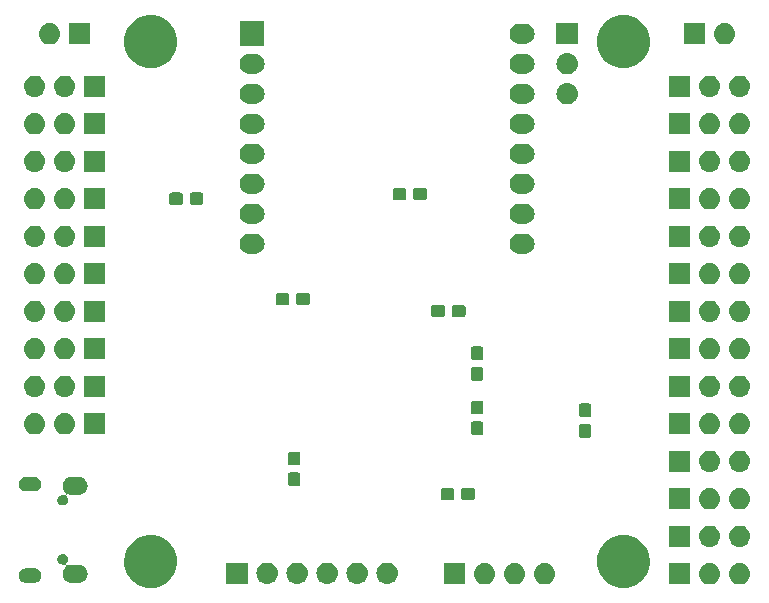
<source format=gbr>
G04 #@! TF.GenerationSoftware,KiCad,Pcbnew,(5.1.2-1)-1*
G04 #@! TF.CreationDate,2019-07-06T18:38:22+02:00*
G04 #@! TF.ProjectId,servonoid,73657276-6f6e-46f6-9964-2e6b69636164,rev?*
G04 #@! TF.SameCoordinates,Original*
G04 #@! TF.FileFunction,Soldermask,Bot*
G04 #@! TF.FilePolarity,Negative*
%FSLAX46Y46*%
G04 Gerber Fmt 4.6, Leading zero omitted, Abs format (unit mm)*
G04 Created by KiCad (PCBNEW (5.1.2-1)-1) date 2019-07-06 18:38:22*
%MOMM*%
%LPD*%
G04 APERTURE LIST*
%ADD10C,0.100000*%
G04 APERTURE END LIST*
D10*
G36*
X172675880Y-124359776D02*
G01*
X173056593Y-124435504D01*
X173466249Y-124605189D01*
X173834929Y-124851534D01*
X174148466Y-125165071D01*
X174394811Y-125533751D01*
X174564496Y-125943407D01*
X174615336Y-126199000D01*
X174651000Y-126378295D01*
X174651000Y-126821705D01*
X174645924Y-126847222D01*
X174564496Y-127256593D01*
X174394811Y-127666249D01*
X174148466Y-128034929D01*
X173834929Y-128348466D01*
X173466249Y-128594811D01*
X173056593Y-128764496D01*
X172675880Y-128840224D01*
X172621705Y-128851000D01*
X172178295Y-128851000D01*
X172124120Y-128840224D01*
X171743407Y-128764496D01*
X171333751Y-128594811D01*
X170965071Y-128348466D01*
X170651534Y-128034929D01*
X170405189Y-127666249D01*
X170235504Y-127256593D01*
X170154076Y-126847222D01*
X170149000Y-126821705D01*
X170149000Y-126378295D01*
X170184664Y-126199000D01*
X170235504Y-125943407D01*
X170405189Y-125533751D01*
X170651534Y-125165071D01*
X170965071Y-124851534D01*
X171333751Y-124605189D01*
X171743407Y-124435504D01*
X172124120Y-124359776D01*
X172178295Y-124349000D01*
X172621705Y-124349000D01*
X172675880Y-124359776D01*
X172675880Y-124359776D01*
G37*
G36*
X132675880Y-124359776D02*
G01*
X133056593Y-124435504D01*
X133466249Y-124605189D01*
X133834929Y-124851534D01*
X134148466Y-125165071D01*
X134394811Y-125533751D01*
X134564496Y-125943407D01*
X134615336Y-126199000D01*
X134651000Y-126378295D01*
X134651000Y-126821705D01*
X134645924Y-126847222D01*
X134564496Y-127256593D01*
X134394811Y-127666249D01*
X134148466Y-128034929D01*
X133834929Y-128348466D01*
X133466249Y-128594811D01*
X133056593Y-128764496D01*
X132675880Y-128840224D01*
X132621705Y-128851000D01*
X132178295Y-128851000D01*
X132124120Y-128840224D01*
X131743407Y-128764496D01*
X131333751Y-128594811D01*
X130965071Y-128348466D01*
X130651534Y-128034929D01*
X130405189Y-127666249D01*
X130235504Y-127256593D01*
X130154076Y-126847222D01*
X130149000Y-126821705D01*
X130149000Y-126378295D01*
X130184664Y-126199000D01*
X130235504Y-125943407D01*
X130405189Y-125533751D01*
X130651534Y-125165071D01*
X130965071Y-124851534D01*
X131333751Y-124605189D01*
X131743407Y-124435504D01*
X132124120Y-124359776D01*
X132178295Y-124349000D01*
X132621705Y-124349000D01*
X132675880Y-124359776D01*
X132675880Y-124359776D01*
G37*
G36*
X163305442Y-126740518D02*
G01*
X163371627Y-126747037D01*
X163541466Y-126798557D01*
X163697991Y-126882222D01*
X163733014Y-126910965D01*
X163835186Y-126994814D01*
X163908075Y-127083631D01*
X163947778Y-127132009D01*
X164031443Y-127288534D01*
X164082963Y-127458373D01*
X164100359Y-127635000D01*
X164082963Y-127811627D01*
X164031443Y-127981466D01*
X163947778Y-128137991D01*
X163923375Y-128167726D01*
X163835186Y-128275185D01*
X163723349Y-128366967D01*
X163697991Y-128387778D01*
X163541466Y-128471443D01*
X163371627Y-128522963D01*
X163305443Y-128529481D01*
X163239260Y-128536000D01*
X163150740Y-128536000D01*
X163084557Y-128529481D01*
X163018373Y-128522963D01*
X162848534Y-128471443D01*
X162692009Y-128387778D01*
X162666651Y-128366967D01*
X162554814Y-128275185D01*
X162466625Y-128167726D01*
X162442222Y-128137991D01*
X162358557Y-127981466D01*
X162307037Y-127811627D01*
X162289641Y-127635000D01*
X162307037Y-127458373D01*
X162358557Y-127288534D01*
X162442222Y-127132009D01*
X162481925Y-127083631D01*
X162554814Y-126994814D01*
X162656986Y-126910965D01*
X162692009Y-126882222D01*
X162848534Y-126798557D01*
X163018373Y-126747037D01*
X163084558Y-126740518D01*
X163150740Y-126734000D01*
X163239260Y-126734000D01*
X163305442Y-126740518D01*
X163305442Y-126740518D01*
G37*
G36*
X160765442Y-126740518D02*
G01*
X160831627Y-126747037D01*
X161001466Y-126798557D01*
X161157991Y-126882222D01*
X161193014Y-126910965D01*
X161295186Y-126994814D01*
X161368075Y-127083631D01*
X161407778Y-127132009D01*
X161491443Y-127288534D01*
X161542963Y-127458373D01*
X161560359Y-127635000D01*
X161542963Y-127811627D01*
X161491443Y-127981466D01*
X161407778Y-128137991D01*
X161383375Y-128167726D01*
X161295186Y-128275185D01*
X161183349Y-128366967D01*
X161157991Y-128387778D01*
X161001466Y-128471443D01*
X160831627Y-128522963D01*
X160765443Y-128529481D01*
X160699260Y-128536000D01*
X160610740Y-128536000D01*
X160544557Y-128529481D01*
X160478373Y-128522963D01*
X160308534Y-128471443D01*
X160152009Y-128387778D01*
X160126651Y-128366967D01*
X160014814Y-128275185D01*
X159926625Y-128167726D01*
X159902222Y-128137991D01*
X159818557Y-127981466D01*
X159767037Y-127811627D01*
X159749641Y-127635000D01*
X159767037Y-127458373D01*
X159818557Y-127288534D01*
X159902222Y-127132009D01*
X159941925Y-127083631D01*
X160014814Y-126994814D01*
X160116986Y-126910965D01*
X160152009Y-126882222D01*
X160308534Y-126798557D01*
X160478373Y-126747037D01*
X160544558Y-126740518D01*
X160610740Y-126734000D01*
X160699260Y-126734000D01*
X160765442Y-126740518D01*
X160765442Y-126740518D01*
G37*
G36*
X159016000Y-128536000D02*
G01*
X157214000Y-128536000D01*
X157214000Y-126734000D01*
X159016000Y-126734000D01*
X159016000Y-128536000D01*
X159016000Y-128536000D01*
G37*
G36*
X165845442Y-126740518D02*
G01*
X165911627Y-126747037D01*
X166081466Y-126798557D01*
X166237991Y-126882222D01*
X166273014Y-126910965D01*
X166375186Y-126994814D01*
X166448075Y-127083631D01*
X166487778Y-127132009D01*
X166571443Y-127288534D01*
X166622963Y-127458373D01*
X166640359Y-127635000D01*
X166622963Y-127811627D01*
X166571443Y-127981466D01*
X166487778Y-128137991D01*
X166463375Y-128167726D01*
X166375186Y-128275185D01*
X166263349Y-128366967D01*
X166237991Y-128387778D01*
X166081466Y-128471443D01*
X165911627Y-128522963D01*
X165845443Y-128529481D01*
X165779260Y-128536000D01*
X165690740Y-128536000D01*
X165624557Y-128529481D01*
X165558373Y-128522963D01*
X165388534Y-128471443D01*
X165232009Y-128387778D01*
X165206651Y-128366967D01*
X165094814Y-128275185D01*
X165006625Y-128167726D01*
X164982222Y-128137991D01*
X164898557Y-127981466D01*
X164847037Y-127811627D01*
X164829641Y-127635000D01*
X164847037Y-127458373D01*
X164898557Y-127288534D01*
X164982222Y-127132009D01*
X165021925Y-127083631D01*
X165094814Y-126994814D01*
X165196986Y-126910965D01*
X165232009Y-126882222D01*
X165388534Y-126798557D01*
X165558373Y-126747037D01*
X165624558Y-126740518D01*
X165690740Y-126734000D01*
X165779260Y-126734000D01*
X165845442Y-126740518D01*
X165845442Y-126740518D01*
G37*
G36*
X178066000Y-128536000D02*
G01*
X176264000Y-128536000D01*
X176264000Y-126734000D01*
X178066000Y-126734000D01*
X178066000Y-128536000D01*
X178066000Y-128536000D01*
G37*
G36*
X179815442Y-126740518D02*
G01*
X179881627Y-126747037D01*
X180051466Y-126798557D01*
X180207991Y-126882222D01*
X180243014Y-126910965D01*
X180345186Y-126994814D01*
X180418075Y-127083631D01*
X180457778Y-127132009D01*
X180541443Y-127288534D01*
X180592963Y-127458373D01*
X180610359Y-127635000D01*
X180592963Y-127811627D01*
X180541443Y-127981466D01*
X180457778Y-128137991D01*
X180433375Y-128167726D01*
X180345186Y-128275185D01*
X180233349Y-128366967D01*
X180207991Y-128387778D01*
X180051466Y-128471443D01*
X179881627Y-128522963D01*
X179815443Y-128529481D01*
X179749260Y-128536000D01*
X179660740Y-128536000D01*
X179594557Y-128529481D01*
X179528373Y-128522963D01*
X179358534Y-128471443D01*
X179202009Y-128387778D01*
X179176651Y-128366967D01*
X179064814Y-128275185D01*
X178976625Y-128167726D01*
X178952222Y-128137991D01*
X178868557Y-127981466D01*
X178817037Y-127811627D01*
X178799641Y-127635000D01*
X178817037Y-127458373D01*
X178868557Y-127288534D01*
X178952222Y-127132009D01*
X178991925Y-127083631D01*
X179064814Y-126994814D01*
X179166986Y-126910965D01*
X179202009Y-126882222D01*
X179358534Y-126798557D01*
X179528373Y-126747037D01*
X179594558Y-126740518D01*
X179660740Y-126734000D01*
X179749260Y-126734000D01*
X179815442Y-126740518D01*
X179815442Y-126740518D01*
G37*
G36*
X182355442Y-126740518D02*
G01*
X182421627Y-126747037D01*
X182591466Y-126798557D01*
X182747991Y-126882222D01*
X182783014Y-126910965D01*
X182885186Y-126994814D01*
X182958075Y-127083631D01*
X182997778Y-127132009D01*
X183081443Y-127288534D01*
X183132963Y-127458373D01*
X183150359Y-127635000D01*
X183132963Y-127811627D01*
X183081443Y-127981466D01*
X182997778Y-128137991D01*
X182973375Y-128167726D01*
X182885186Y-128275185D01*
X182773349Y-128366967D01*
X182747991Y-128387778D01*
X182591466Y-128471443D01*
X182421627Y-128522963D01*
X182355443Y-128529481D01*
X182289260Y-128536000D01*
X182200740Y-128536000D01*
X182134557Y-128529481D01*
X182068373Y-128522963D01*
X181898534Y-128471443D01*
X181742009Y-128387778D01*
X181716651Y-128366967D01*
X181604814Y-128275185D01*
X181516625Y-128167726D01*
X181492222Y-128137991D01*
X181408557Y-127981466D01*
X181357037Y-127811627D01*
X181339641Y-127635000D01*
X181357037Y-127458373D01*
X181408557Y-127288534D01*
X181492222Y-127132009D01*
X181531925Y-127083631D01*
X181604814Y-126994814D01*
X181706986Y-126910965D01*
X181742009Y-126882222D01*
X181898534Y-126798557D01*
X182068373Y-126747037D01*
X182134558Y-126740518D01*
X182200740Y-126734000D01*
X182289260Y-126734000D01*
X182355442Y-126740518D01*
X182355442Y-126740518D01*
G37*
G36*
X152510443Y-126705519D02*
G01*
X152576627Y-126712037D01*
X152746466Y-126763557D01*
X152902991Y-126847222D01*
X152913226Y-126855622D01*
X153040186Y-126959814D01*
X153103013Y-127036370D01*
X153152778Y-127097009D01*
X153236443Y-127253534D01*
X153287963Y-127423373D01*
X153305359Y-127600000D01*
X153287963Y-127776627D01*
X153236443Y-127946466D01*
X153152778Y-128102991D01*
X153137106Y-128122087D01*
X153040186Y-128240186D01*
X152957531Y-128308018D01*
X152902991Y-128352778D01*
X152746466Y-128436443D01*
X152576627Y-128487963D01*
X152510442Y-128494482D01*
X152444260Y-128501000D01*
X152355740Y-128501000D01*
X152289558Y-128494482D01*
X152223373Y-128487963D01*
X152053534Y-128436443D01*
X151897009Y-128352778D01*
X151842469Y-128308018D01*
X151759814Y-128240186D01*
X151662894Y-128122087D01*
X151647222Y-128102991D01*
X151563557Y-127946466D01*
X151512037Y-127776627D01*
X151494641Y-127600000D01*
X151512037Y-127423373D01*
X151563557Y-127253534D01*
X151647222Y-127097009D01*
X151696987Y-127036370D01*
X151759814Y-126959814D01*
X151886774Y-126855622D01*
X151897009Y-126847222D01*
X152053534Y-126763557D01*
X152223373Y-126712037D01*
X152289557Y-126705519D01*
X152355740Y-126699000D01*
X152444260Y-126699000D01*
X152510443Y-126705519D01*
X152510443Y-126705519D01*
G37*
G36*
X149970443Y-126705519D02*
G01*
X150036627Y-126712037D01*
X150206466Y-126763557D01*
X150362991Y-126847222D01*
X150373226Y-126855622D01*
X150500186Y-126959814D01*
X150563013Y-127036370D01*
X150612778Y-127097009D01*
X150696443Y-127253534D01*
X150747963Y-127423373D01*
X150765359Y-127600000D01*
X150747963Y-127776627D01*
X150696443Y-127946466D01*
X150612778Y-128102991D01*
X150597106Y-128122087D01*
X150500186Y-128240186D01*
X150417531Y-128308018D01*
X150362991Y-128352778D01*
X150206466Y-128436443D01*
X150036627Y-128487963D01*
X149970442Y-128494482D01*
X149904260Y-128501000D01*
X149815740Y-128501000D01*
X149749558Y-128494482D01*
X149683373Y-128487963D01*
X149513534Y-128436443D01*
X149357009Y-128352778D01*
X149302469Y-128308018D01*
X149219814Y-128240186D01*
X149122894Y-128122087D01*
X149107222Y-128102991D01*
X149023557Y-127946466D01*
X148972037Y-127776627D01*
X148954641Y-127600000D01*
X148972037Y-127423373D01*
X149023557Y-127253534D01*
X149107222Y-127097009D01*
X149156987Y-127036370D01*
X149219814Y-126959814D01*
X149346774Y-126855622D01*
X149357009Y-126847222D01*
X149513534Y-126763557D01*
X149683373Y-126712037D01*
X149749557Y-126705519D01*
X149815740Y-126699000D01*
X149904260Y-126699000D01*
X149970443Y-126705519D01*
X149970443Y-126705519D01*
G37*
G36*
X147430443Y-126705519D02*
G01*
X147496627Y-126712037D01*
X147666466Y-126763557D01*
X147822991Y-126847222D01*
X147833226Y-126855622D01*
X147960186Y-126959814D01*
X148023013Y-127036370D01*
X148072778Y-127097009D01*
X148156443Y-127253534D01*
X148207963Y-127423373D01*
X148225359Y-127600000D01*
X148207963Y-127776627D01*
X148156443Y-127946466D01*
X148072778Y-128102991D01*
X148057106Y-128122087D01*
X147960186Y-128240186D01*
X147877531Y-128308018D01*
X147822991Y-128352778D01*
X147666466Y-128436443D01*
X147496627Y-128487963D01*
X147430442Y-128494482D01*
X147364260Y-128501000D01*
X147275740Y-128501000D01*
X147209558Y-128494482D01*
X147143373Y-128487963D01*
X146973534Y-128436443D01*
X146817009Y-128352778D01*
X146762469Y-128308018D01*
X146679814Y-128240186D01*
X146582894Y-128122087D01*
X146567222Y-128102991D01*
X146483557Y-127946466D01*
X146432037Y-127776627D01*
X146414641Y-127600000D01*
X146432037Y-127423373D01*
X146483557Y-127253534D01*
X146567222Y-127097009D01*
X146616987Y-127036370D01*
X146679814Y-126959814D01*
X146806774Y-126855622D01*
X146817009Y-126847222D01*
X146973534Y-126763557D01*
X147143373Y-126712037D01*
X147209557Y-126705519D01*
X147275740Y-126699000D01*
X147364260Y-126699000D01*
X147430443Y-126705519D01*
X147430443Y-126705519D01*
G37*
G36*
X144890443Y-126705519D02*
G01*
X144956627Y-126712037D01*
X145126466Y-126763557D01*
X145282991Y-126847222D01*
X145293226Y-126855622D01*
X145420186Y-126959814D01*
X145483013Y-127036370D01*
X145532778Y-127097009D01*
X145616443Y-127253534D01*
X145667963Y-127423373D01*
X145685359Y-127600000D01*
X145667963Y-127776627D01*
X145616443Y-127946466D01*
X145532778Y-128102991D01*
X145517106Y-128122087D01*
X145420186Y-128240186D01*
X145337531Y-128308018D01*
X145282991Y-128352778D01*
X145126466Y-128436443D01*
X144956627Y-128487963D01*
X144890442Y-128494482D01*
X144824260Y-128501000D01*
X144735740Y-128501000D01*
X144669558Y-128494482D01*
X144603373Y-128487963D01*
X144433534Y-128436443D01*
X144277009Y-128352778D01*
X144222469Y-128308018D01*
X144139814Y-128240186D01*
X144042894Y-128122087D01*
X144027222Y-128102991D01*
X143943557Y-127946466D01*
X143892037Y-127776627D01*
X143874641Y-127600000D01*
X143892037Y-127423373D01*
X143943557Y-127253534D01*
X144027222Y-127097009D01*
X144076987Y-127036370D01*
X144139814Y-126959814D01*
X144266774Y-126855622D01*
X144277009Y-126847222D01*
X144433534Y-126763557D01*
X144603373Y-126712037D01*
X144669557Y-126705519D01*
X144735740Y-126699000D01*
X144824260Y-126699000D01*
X144890443Y-126705519D01*
X144890443Y-126705519D01*
G37*
G36*
X142350443Y-126705519D02*
G01*
X142416627Y-126712037D01*
X142586466Y-126763557D01*
X142742991Y-126847222D01*
X142753226Y-126855622D01*
X142880186Y-126959814D01*
X142943013Y-127036370D01*
X142992778Y-127097009D01*
X143076443Y-127253534D01*
X143127963Y-127423373D01*
X143145359Y-127600000D01*
X143127963Y-127776627D01*
X143076443Y-127946466D01*
X142992778Y-128102991D01*
X142977106Y-128122087D01*
X142880186Y-128240186D01*
X142797531Y-128308018D01*
X142742991Y-128352778D01*
X142586466Y-128436443D01*
X142416627Y-128487963D01*
X142350442Y-128494482D01*
X142284260Y-128501000D01*
X142195740Y-128501000D01*
X142129558Y-128494482D01*
X142063373Y-128487963D01*
X141893534Y-128436443D01*
X141737009Y-128352778D01*
X141682469Y-128308018D01*
X141599814Y-128240186D01*
X141502894Y-128122087D01*
X141487222Y-128102991D01*
X141403557Y-127946466D01*
X141352037Y-127776627D01*
X141334641Y-127600000D01*
X141352037Y-127423373D01*
X141403557Y-127253534D01*
X141487222Y-127097009D01*
X141536987Y-127036370D01*
X141599814Y-126959814D01*
X141726774Y-126855622D01*
X141737009Y-126847222D01*
X141893534Y-126763557D01*
X142063373Y-126712037D01*
X142129557Y-126705519D01*
X142195740Y-126699000D01*
X142284260Y-126699000D01*
X142350443Y-126705519D01*
X142350443Y-126705519D01*
G37*
G36*
X140601000Y-128501000D02*
G01*
X138799000Y-128501000D01*
X138799000Y-126699000D01*
X140601000Y-126699000D01*
X140601000Y-128501000D01*
X140601000Y-128501000D01*
G37*
G36*
X125022410Y-125965525D02*
G01*
X125107426Y-125991314D01*
X125185775Y-126033193D01*
X125254449Y-126089551D01*
X125310807Y-126158225D01*
X125352686Y-126236574D01*
X125378475Y-126321590D01*
X125387182Y-126410000D01*
X125378475Y-126498410D01*
X125352686Y-126583426D01*
X125310807Y-126661775D01*
X125261851Y-126721428D01*
X125248238Y-126741802D01*
X125238860Y-126764441D01*
X125234080Y-126788474D01*
X125234080Y-126812978D01*
X125238861Y-126837012D01*
X125248238Y-126859650D01*
X125261852Y-126880025D01*
X125279179Y-126897352D01*
X125299553Y-126910965D01*
X125322192Y-126920343D01*
X125346225Y-126925123D01*
X125370729Y-126925123D01*
X125394763Y-126920342D01*
X125403216Y-126916841D01*
X125556879Y-126870228D01*
X125670882Y-126859000D01*
X126297118Y-126859000D01*
X126411121Y-126870228D01*
X126540671Y-126909527D01*
X126545413Y-126910965D01*
X126557402Y-126914602D01*
X126692204Y-126986655D01*
X126692207Y-126986657D01*
X126692208Y-126986658D01*
X126727956Y-127015996D01*
X126810369Y-127083631D01*
X126907345Y-127201796D01*
X126979398Y-127336598D01*
X127023772Y-127482879D01*
X127038754Y-127635000D01*
X127023772Y-127787121D01*
X126979398Y-127933402D01*
X126907345Y-128068204D01*
X126907343Y-128068207D01*
X126907342Y-128068208D01*
X126810369Y-128186369D01*
X126744795Y-128240185D01*
X126692204Y-128283345D01*
X126557402Y-128355398D01*
X126411121Y-128399772D01*
X126297118Y-128411000D01*
X125670882Y-128411000D01*
X125556879Y-128399772D01*
X125410598Y-128355398D01*
X125275796Y-128283345D01*
X125223206Y-128240185D01*
X125157631Y-128186369D01*
X125060658Y-128068208D01*
X125060657Y-128068207D01*
X125060655Y-128068204D01*
X124988602Y-127933402D01*
X124944228Y-127787121D01*
X124929246Y-127635000D01*
X124944228Y-127482879D01*
X124988602Y-127336598D01*
X125060655Y-127201796D01*
X125095777Y-127159000D01*
X125157631Y-127083631D01*
X125194105Y-127053697D01*
X125211432Y-127036370D01*
X125225046Y-127015996D01*
X125234423Y-126993357D01*
X125239204Y-126969324D01*
X125239204Y-126944820D01*
X125234424Y-126920787D01*
X125225047Y-126898148D01*
X125211433Y-126877773D01*
X125194106Y-126860446D01*
X125173732Y-126846832D01*
X125151093Y-126837455D01*
X125127060Y-126832674D01*
X125102556Y-126832674D01*
X125078523Y-126837454D01*
X125022412Y-126854475D01*
X124956158Y-126861000D01*
X124911842Y-126861000D01*
X124845590Y-126854475D01*
X124760574Y-126828686D01*
X124682225Y-126786807D01*
X124613551Y-126730449D01*
X124557193Y-126661775D01*
X124515314Y-126583426D01*
X124489525Y-126498410D01*
X124480818Y-126410000D01*
X124489525Y-126321590D01*
X124515314Y-126236574D01*
X124557193Y-126158225D01*
X124613551Y-126089551D01*
X124682225Y-126033193D01*
X124760574Y-125991314D01*
X124845590Y-125965525D01*
X124911842Y-125959000D01*
X124956158Y-125959000D01*
X125022410Y-125965525D01*
X125022410Y-125965525D01*
G37*
G36*
X122631715Y-127168058D02*
G01*
X122727753Y-127197191D01*
X122742935Y-127201796D01*
X122749722Y-127203855D01*
X122858468Y-127261981D01*
X122953790Y-127340210D01*
X123032019Y-127435532D01*
X123090145Y-127544278D01*
X123125942Y-127662285D01*
X123138028Y-127785000D01*
X123125942Y-127907715D01*
X123114187Y-127946466D01*
X123091169Y-128022348D01*
X123090145Y-128025722D01*
X123032019Y-128134468D01*
X122953790Y-128229790D01*
X122858468Y-128308019D01*
X122749722Y-128366145D01*
X122631715Y-128401942D01*
X122539746Y-128411000D01*
X121828254Y-128411000D01*
X121736285Y-128401942D01*
X121618278Y-128366145D01*
X121509532Y-128308019D01*
X121414210Y-128229790D01*
X121335981Y-128134468D01*
X121277855Y-128025722D01*
X121276832Y-128022348D01*
X121253813Y-127946466D01*
X121242058Y-127907715D01*
X121229972Y-127785000D01*
X121242058Y-127662285D01*
X121277855Y-127544278D01*
X121335981Y-127435532D01*
X121414210Y-127340210D01*
X121509532Y-127261981D01*
X121618278Y-127203855D01*
X121625066Y-127201796D01*
X121640247Y-127197191D01*
X121736285Y-127168058D01*
X121828254Y-127159000D01*
X122539746Y-127159000D01*
X122631715Y-127168058D01*
X122631715Y-127168058D01*
G37*
G36*
X182355442Y-123565518D02*
G01*
X182421627Y-123572037D01*
X182591466Y-123623557D01*
X182747991Y-123707222D01*
X182783729Y-123736552D01*
X182885186Y-123819814D01*
X182968448Y-123921271D01*
X182997778Y-123957009D01*
X183081443Y-124113534D01*
X183132963Y-124283373D01*
X183150359Y-124460000D01*
X183132963Y-124636627D01*
X183081443Y-124806466D01*
X182997778Y-124962991D01*
X182968448Y-124998729D01*
X182885186Y-125100186D01*
X182806122Y-125165071D01*
X182747991Y-125212778D01*
X182591466Y-125296443D01*
X182421627Y-125347963D01*
X182355442Y-125354482D01*
X182289260Y-125361000D01*
X182200740Y-125361000D01*
X182134558Y-125354482D01*
X182068373Y-125347963D01*
X181898534Y-125296443D01*
X181742009Y-125212778D01*
X181683878Y-125165071D01*
X181604814Y-125100186D01*
X181521552Y-124998729D01*
X181492222Y-124962991D01*
X181408557Y-124806466D01*
X181357037Y-124636627D01*
X181339641Y-124460000D01*
X181357037Y-124283373D01*
X181408557Y-124113534D01*
X181492222Y-123957009D01*
X181521552Y-123921271D01*
X181604814Y-123819814D01*
X181706271Y-123736552D01*
X181742009Y-123707222D01*
X181898534Y-123623557D01*
X182068373Y-123572037D01*
X182134558Y-123565518D01*
X182200740Y-123559000D01*
X182289260Y-123559000D01*
X182355442Y-123565518D01*
X182355442Y-123565518D01*
G37*
G36*
X179815442Y-123565518D02*
G01*
X179881627Y-123572037D01*
X180051466Y-123623557D01*
X180207991Y-123707222D01*
X180243729Y-123736552D01*
X180345186Y-123819814D01*
X180428448Y-123921271D01*
X180457778Y-123957009D01*
X180541443Y-124113534D01*
X180592963Y-124283373D01*
X180610359Y-124460000D01*
X180592963Y-124636627D01*
X180541443Y-124806466D01*
X180457778Y-124962991D01*
X180428448Y-124998729D01*
X180345186Y-125100186D01*
X180266122Y-125165071D01*
X180207991Y-125212778D01*
X180051466Y-125296443D01*
X179881627Y-125347963D01*
X179815442Y-125354482D01*
X179749260Y-125361000D01*
X179660740Y-125361000D01*
X179594558Y-125354482D01*
X179528373Y-125347963D01*
X179358534Y-125296443D01*
X179202009Y-125212778D01*
X179143878Y-125165071D01*
X179064814Y-125100186D01*
X178981552Y-124998729D01*
X178952222Y-124962991D01*
X178868557Y-124806466D01*
X178817037Y-124636627D01*
X178799641Y-124460000D01*
X178817037Y-124283373D01*
X178868557Y-124113534D01*
X178952222Y-123957009D01*
X178981552Y-123921271D01*
X179064814Y-123819814D01*
X179166271Y-123736552D01*
X179202009Y-123707222D01*
X179358534Y-123623557D01*
X179528373Y-123572037D01*
X179594558Y-123565518D01*
X179660740Y-123559000D01*
X179749260Y-123559000D01*
X179815442Y-123565518D01*
X179815442Y-123565518D01*
G37*
G36*
X178066000Y-125361000D02*
G01*
X176264000Y-125361000D01*
X176264000Y-123559000D01*
X178066000Y-123559000D01*
X178066000Y-125361000D01*
X178066000Y-125361000D01*
G37*
G36*
X182355443Y-120390519D02*
G01*
X182421627Y-120397037D01*
X182591466Y-120448557D01*
X182747991Y-120532222D01*
X182783729Y-120561552D01*
X182885186Y-120644814D01*
X182960322Y-120736369D01*
X182997778Y-120782009D01*
X183081443Y-120938534D01*
X183132963Y-121108373D01*
X183150359Y-121285000D01*
X183132963Y-121461627D01*
X183081443Y-121631466D01*
X182997778Y-121787991D01*
X182968448Y-121823729D01*
X182885186Y-121925186D01*
X182783729Y-122008448D01*
X182747991Y-122037778D01*
X182591466Y-122121443D01*
X182421627Y-122172963D01*
X182355442Y-122179482D01*
X182289260Y-122186000D01*
X182200740Y-122186000D01*
X182134558Y-122179482D01*
X182068373Y-122172963D01*
X181898534Y-122121443D01*
X181742009Y-122037778D01*
X181706271Y-122008448D01*
X181604814Y-121925186D01*
X181521552Y-121823729D01*
X181492222Y-121787991D01*
X181408557Y-121631466D01*
X181357037Y-121461627D01*
X181339641Y-121285000D01*
X181357037Y-121108373D01*
X181408557Y-120938534D01*
X181492222Y-120782009D01*
X181529678Y-120736369D01*
X181604814Y-120644814D01*
X181706271Y-120561552D01*
X181742009Y-120532222D01*
X181898534Y-120448557D01*
X182068373Y-120397037D01*
X182134557Y-120390519D01*
X182200740Y-120384000D01*
X182289260Y-120384000D01*
X182355443Y-120390519D01*
X182355443Y-120390519D01*
G37*
G36*
X179815443Y-120390519D02*
G01*
X179881627Y-120397037D01*
X180051466Y-120448557D01*
X180207991Y-120532222D01*
X180243729Y-120561552D01*
X180345186Y-120644814D01*
X180420322Y-120736369D01*
X180457778Y-120782009D01*
X180541443Y-120938534D01*
X180592963Y-121108373D01*
X180610359Y-121285000D01*
X180592963Y-121461627D01*
X180541443Y-121631466D01*
X180457778Y-121787991D01*
X180428448Y-121823729D01*
X180345186Y-121925186D01*
X180243729Y-122008448D01*
X180207991Y-122037778D01*
X180051466Y-122121443D01*
X179881627Y-122172963D01*
X179815442Y-122179482D01*
X179749260Y-122186000D01*
X179660740Y-122186000D01*
X179594558Y-122179482D01*
X179528373Y-122172963D01*
X179358534Y-122121443D01*
X179202009Y-122037778D01*
X179166271Y-122008448D01*
X179064814Y-121925186D01*
X178981552Y-121823729D01*
X178952222Y-121787991D01*
X178868557Y-121631466D01*
X178817037Y-121461627D01*
X178799641Y-121285000D01*
X178817037Y-121108373D01*
X178868557Y-120938534D01*
X178952222Y-120782009D01*
X178989678Y-120736369D01*
X179064814Y-120644814D01*
X179166271Y-120561552D01*
X179202009Y-120532222D01*
X179358534Y-120448557D01*
X179528373Y-120397037D01*
X179594557Y-120390519D01*
X179660740Y-120384000D01*
X179749260Y-120384000D01*
X179815443Y-120390519D01*
X179815443Y-120390519D01*
G37*
G36*
X178066000Y-122186000D02*
G01*
X176264000Y-122186000D01*
X176264000Y-120384000D01*
X178066000Y-120384000D01*
X178066000Y-122186000D01*
X178066000Y-122186000D01*
G37*
G36*
X126411121Y-119420228D02*
G01*
X126557402Y-119464602D01*
X126692204Y-119536655D01*
X126692207Y-119536657D01*
X126692208Y-119536658D01*
X126810369Y-119633631D01*
X126852963Y-119685531D01*
X126907345Y-119751796D01*
X126979398Y-119886598D01*
X127023772Y-120032879D01*
X127038754Y-120185000D01*
X127023772Y-120337121D01*
X126979398Y-120483402D01*
X126907345Y-120618204D01*
X126907343Y-120618207D01*
X126907342Y-120618208D01*
X126810369Y-120736369D01*
X126700371Y-120826643D01*
X126692204Y-120833345D01*
X126557402Y-120905398D01*
X126411121Y-120949772D01*
X126297118Y-120961000D01*
X125670882Y-120961000D01*
X125556879Y-120949772D01*
X125403210Y-120903157D01*
X125394751Y-120899654D01*
X125370717Y-120894876D01*
X125346213Y-120894878D01*
X125322180Y-120899661D01*
X125299542Y-120909041D01*
X125279169Y-120922656D01*
X125261844Y-120939985D01*
X125248232Y-120960361D01*
X125238857Y-120983000D01*
X125234079Y-121007034D01*
X125234081Y-121031538D01*
X125238864Y-121055571D01*
X125248244Y-121078209D01*
X125261851Y-121098572D01*
X125310807Y-121158225D01*
X125352686Y-121236574D01*
X125378475Y-121321590D01*
X125387182Y-121410000D01*
X125378475Y-121498410D01*
X125352686Y-121583426D01*
X125310807Y-121661775D01*
X125254449Y-121730449D01*
X125185775Y-121786807D01*
X125107426Y-121828686D01*
X125022410Y-121854475D01*
X124956158Y-121861000D01*
X124911842Y-121861000D01*
X124845590Y-121854475D01*
X124760574Y-121828686D01*
X124682225Y-121786807D01*
X124613551Y-121730449D01*
X124557193Y-121661775D01*
X124515314Y-121583426D01*
X124489525Y-121498410D01*
X124480818Y-121410000D01*
X124489525Y-121321590D01*
X124515314Y-121236574D01*
X124557193Y-121158225D01*
X124613551Y-121089551D01*
X124682225Y-121033193D01*
X124760574Y-120991314D01*
X124845590Y-120965525D01*
X124911842Y-120959000D01*
X124956158Y-120959000D01*
X125022412Y-120965525D01*
X125078523Y-120982546D01*
X125102556Y-120987326D01*
X125127060Y-120987326D01*
X125151093Y-120982545D01*
X125173732Y-120973168D01*
X125194106Y-120959554D01*
X125211433Y-120942227D01*
X125225047Y-120921852D01*
X125234424Y-120899213D01*
X125239204Y-120875180D01*
X125239204Y-120850676D01*
X125234423Y-120826643D01*
X125225046Y-120804004D01*
X125211432Y-120783630D01*
X125194105Y-120766303D01*
X125157633Y-120736371D01*
X125060655Y-120618204D01*
X124988602Y-120483402D01*
X124944228Y-120337121D01*
X124929246Y-120185000D01*
X124944228Y-120032879D01*
X124988602Y-119886598D01*
X125060655Y-119751796D01*
X125115038Y-119685531D01*
X125157631Y-119633631D01*
X125275792Y-119536658D01*
X125275793Y-119536657D01*
X125275796Y-119536655D01*
X125410598Y-119464602D01*
X125556879Y-119420228D01*
X125670882Y-119409000D01*
X126297118Y-119409000D01*
X126411121Y-119420228D01*
X126411121Y-119420228D01*
G37*
G36*
X159672499Y-120382445D02*
G01*
X159709995Y-120393820D01*
X159744554Y-120412292D01*
X159774847Y-120437153D01*
X159799708Y-120467446D01*
X159818180Y-120502005D01*
X159829555Y-120539501D01*
X159834000Y-120584638D01*
X159834000Y-121223362D01*
X159829555Y-121268499D01*
X159818180Y-121305995D01*
X159799708Y-121340554D01*
X159774847Y-121370847D01*
X159744554Y-121395708D01*
X159709995Y-121414180D01*
X159672499Y-121425555D01*
X159627362Y-121430000D01*
X158888638Y-121430000D01*
X158843501Y-121425555D01*
X158806005Y-121414180D01*
X158771446Y-121395708D01*
X158741153Y-121370847D01*
X158716292Y-121340554D01*
X158697820Y-121305995D01*
X158686445Y-121268499D01*
X158682000Y-121223362D01*
X158682000Y-120584638D01*
X158686445Y-120539501D01*
X158697820Y-120502005D01*
X158716292Y-120467446D01*
X158741153Y-120437153D01*
X158771446Y-120412292D01*
X158806005Y-120393820D01*
X158843501Y-120382445D01*
X158888638Y-120378000D01*
X159627362Y-120378000D01*
X159672499Y-120382445D01*
X159672499Y-120382445D01*
G37*
G36*
X157922499Y-120382445D02*
G01*
X157959995Y-120393820D01*
X157994554Y-120412292D01*
X158024847Y-120437153D01*
X158049708Y-120467446D01*
X158068180Y-120502005D01*
X158079555Y-120539501D01*
X158084000Y-120584638D01*
X158084000Y-121223362D01*
X158079555Y-121268499D01*
X158068180Y-121305995D01*
X158049708Y-121340554D01*
X158024847Y-121370847D01*
X157994554Y-121395708D01*
X157959995Y-121414180D01*
X157922499Y-121425555D01*
X157877362Y-121430000D01*
X157138638Y-121430000D01*
X157093501Y-121425555D01*
X157056005Y-121414180D01*
X157021446Y-121395708D01*
X156991153Y-121370847D01*
X156966292Y-121340554D01*
X156947820Y-121305995D01*
X156936445Y-121268499D01*
X156932000Y-121223362D01*
X156932000Y-120584638D01*
X156936445Y-120539501D01*
X156947820Y-120502005D01*
X156966292Y-120467446D01*
X156991153Y-120437153D01*
X157021446Y-120412292D01*
X157056005Y-120393820D01*
X157093501Y-120382445D01*
X157138638Y-120378000D01*
X157877362Y-120378000D01*
X157922499Y-120382445D01*
X157922499Y-120382445D01*
G37*
G36*
X122631715Y-119418058D02*
G01*
X122749722Y-119453855D01*
X122858468Y-119511981D01*
X122953790Y-119590210D01*
X123032019Y-119685532D01*
X123090145Y-119794278D01*
X123125942Y-119912285D01*
X123138028Y-120035000D01*
X123125942Y-120157715D01*
X123090145Y-120275722D01*
X123032019Y-120384468D01*
X122953790Y-120479790D01*
X122858468Y-120558019D01*
X122749722Y-120616145D01*
X122749719Y-120616146D01*
X122742921Y-120618208D01*
X122631715Y-120651942D01*
X122539746Y-120661000D01*
X121828254Y-120661000D01*
X121736285Y-120651942D01*
X121625079Y-120618208D01*
X121618281Y-120616146D01*
X121618278Y-120616145D01*
X121509532Y-120558019D01*
X121414210Y-120479790D01*
X121335981Y-120384468D01*
X121277855Y-120275722D01*
X121242058Y-120157715D01*
X121229972Y-120035000D01*
X121242058Y-119912285D01*
X121277855Y-119794278D01*
X121335981Y-119685532D01*
X121414210Y-119590210D01*
X121509532Y-119511981D01*
X121618278Y-119453855D01*
X121736285Y-119418058D01*
X121828254Y-119409000D01*
X122539746Y-119409000D01*
X122631715Y-119418058D01*
X122631715Y-119418058D01*
G37*
G36*
X144890499Y-119062445D02*
G01*
X144927995Y-119073820D01*
X144962554Y-119092292D01*
X144992847Y-119117153D01*
X145017708Y-119147446D01*
X145036180Y-119182005D01*
X145047555Y-119219501D01*
X145052000Y-119264638D01*
X145052000Y-120003362D01*
X145047555Y-120048499D01*
X145036180Y-120085995D01*
X145017708Y-120120554D01*
X144992847Y-120150847D01*
X144962554Y-120175708D01*
X144927995Y-120194180D01*
X144890499Y-120205555D01*
X144845362Y-120210000D01*
X144206638Y-120210000D01*
X144161501Y-120205555D01*
X144124005Y-120194180D01*
X144089446Y-120175708D01*
X144059153Y-120150847D01*
X144034292Y-120120554D01*
X144015820Y-120085995D01*
X144004445Y-120048499D01*
X144000000Y-120003362D01*
X144000000Y-119264638D01*
X144004445Y-119219501D01*
X144015820Y-119182005D01*
X144034292Y-119147446D01*
X144059153Y-119117153D01*
X144089446Y-119092292D01*
X144124005Y-119073820D01*
X144161501Y-119062445D01*
X144206638Y-119058000D01*
X144845362Y-119058000D01*
X144890499Y-119062445D01*
X144890499Y-119062445D01*
G37*
G36*
X182355443Y-117215519D02*
G01*
X182421627Y-117222037D01*
X182591466Y-117273557D01*
X182747991Y-117357222D01*
X182781876Y-117385031D01*
X182885186Y-117469814D01*
X182968226Y-117571000D01*
X182997778Y-117607009D01*
X183081443Y-117763534D01*
X183132963Y-117933373D01*
X183150359Y-118110000D01*
X183132963Y-118286627D01*
X183081443Y-118456466D01*
X182997778Y-118612991D01*
X182968448Y-118648729D01*
X182885186Y-118750186D01*
X182783729Y-118833448D01*
X182747991Y-118862778D01*
X182591466Y-118946443D01*
X182421627Y-118997963D01*
X182355443Y-119004481D01*
X182289260Y-119011000D01*
X182200740Y-119011000D01*
X182134557Y-119004481D01*
X182068373Y-118997963D01*
X181898534Y-118946443D01*
X181742009Y-118862778D01*
X181706271Y-118833448D01*
X181604814Y-118750186D01*
X181521552Y-118648729D01*
X181492222Y-118612991D01*
X181408557Y-118456466D01*
X181357037Y-118286627D01*
X181339641Y-118110000D01*
X181357037Y-117933373D01*
X181408557Y-117763534D01*
X181492222Y-117607009D01*
X181521774Y-117571000D01*
X181604814Y-117469814D01*
X181708124Y-117385031D01*
X181742009Y-117357222D01*
X181898534Y-117273557D01*
X182068373Y-117222037D01*
X182134557Y-117215519D01*
X182200740Y-117209000D01*
X182289260Y-117209000D01*
X182355443Y-117215519D01*
X182355443Y-117215519D01*
G37*
G36*
X179815443Y-117215519D02*
G01*
X179881627Y-117222037D01*
X180051466Y-117273557D01*
X180207991Y-117357222D01*
X180241876Y-117385031D01*
X180345186Y-117469814D01*
X180428226Y-117571000D01*
X180457778Y-117607009D01*
X180541443Y-117763534D01*
X180592963Y-117933373D01*
X180610359Y-118110000D01*
X180592963Y-118286627D01*
X180541443Y-118456466D01*
X180457778Y-118612991D01*
X180428448Y-118648729D01*
X180345186Y-118750186D01*
X180243729Y-118833448D01*
X180207991Y-118862778D01*
X180051466Y-118946443D01*
X179881627Y-118997963D01*
X179815443Y-119004481D01*
X179749260Y-119011000D01*
X179660740Y-119011000D01*
X179594557Y-119004481D01*
X179528373Y-118997963D01*
X179358534Y-118946443D01*
X179202009Y-118862778D01*
X179166271Y-118833448D01*
X179064814Y-118750186D01*
X178981552Y-118648729D01*
X178952222Y-118612991D01*
X178868557Y-118456466D01*
X178817037Y-118286627D01*
X178799641Y-118110000D01*
X178817037Y-117933373D01*
X178868557Y-117763534D01*
X178952222Y-117607009D01*
X178981774Y-117571000D01*
X179064814Y-117469814D01*
X179168124Y-117385031D01*
X179202009Y-117357222D01*
X179358534Y-117273557D01*
X179528373Y-117222037D01*
X179594557Y-117215519D01*
X179660740Y-117209000D01*
X179749260Y-117209000D01*
X179815443Y-117215519D01*
X179815443Y-117215519D01*
G37*
G36*
X178066000Y-119011000D02*
G01*
X176264000Y-119011000D01*
X176264000Y-117209000D01*
X178066000Y-117209000D01*
X178066000Y-119011000D01*
X178066000Y-119011000D01*
G37*
G36*
X144890499Y-117312445D02*
G01*
X144927995Y-117323820D01*
X144962554Y-117342292D01*
X144992847Y-117367153D01*
X145017708Y-117397446D01*
X145036180Y-117432005D01*
X145047555Y-117469501D01*
X145052000Y-117514638D01*
X145052000Y-118253362D01*
X145047555Y-118298499D01*
X145036180Y-118335995D01*
X145017708Y-118370554D01*
X144992847Y-118400847D01*
X144962554Y-118425708D01*
X144927995Y-118444180D01*
X144890499Y-118455555D01*
X144845362Y-118460000D01*
X144206638Y-118460000D01*
X144161501Y-118455555D01*
X144124005Y-118444180D01*
X144089446Y-118425708D01*
X144059153Y-118400847D01*
X144034292Y-118370554D01*
X144015820Y-118335995D01*
X144004445Y-118298499D01*
X144000000Y-118253362D01*
X144000000Y-117514638D01*
X144004445Y-117469501D01*
X144015820Y-117432005D01*
X144034292Y-117397446D01*
X144059153Y-117367153D01*
X144089446Y-117342292D01*
X144124005Y-117323820D01*
X144161501Y-117312445D01*
X144206638Y-117308000D01*
X144845362Y-117308000D01*
X144890499Y-117312445D01*
X144890499Y-117312445D01*
G37*
G36*
X169528499Y-114970445D02*
G01*
X169565995Y-114981820D01*
X169600554Y-115000292D01*
X169630847Y-115025153D01*
X169655708Y-115055446D01*
X169674180Y-115090005D01*
X169685555Y-115127501D01*
X169690000Y-115172638D01*
X169690000Y-115911362D01*
X169685555Y-115956499D01*
X169674180Y-115993995D01*
X169655708Y-116028554D01*
X169630847Y-116058847D01*
X169600554Y-116083708D01*
X169565995Y-116102180D01*
X169528499Y-116113555D01*
X169483362Y-116118000D01*
X168844638Y-116118000D01*
X168799501Y-116113555D01*
X168762005Y-116102180D01*
X168727446Y-116083708D01*
X168697153Y-116058847D01*
X168672292Y-116028554D01*
X168653820Y-115993995D01*
X168642445Y-115956499D01*
X168638000Y-115911362D01*
X168638000Y-115172638D01*
X168642445Y-115127501D01*
X168653820Y-115090005D01*
X168672292Y-115055446D01*
X168697153Y-115025153D01*
X168727446Y-115000292D01*
X168762005Y-114981820D01*
X168799501Y-114970445D01*
X168844638Y-114966000D01*
X169483362Y-114966000D01*
X169528499Y-114970445D01*
X169528499Y-114970445D01*
G37*
G36*
X160384499Y-114744445D02*
G01*
X160421995Y-114755820D01*
X160456554Y-114774292D01*
X160486847Y-114799153D01*
X160511708Y-114829446D01*
X160530180Y-114864005D01*
X160541555Y-114901501D01*
X160546000Y-114946638D01*
X160546000Y-115685362D01*
X160541555Y-115730499D01*
X160530180Y-115767995D01*
X160511708Y-115802554D01*
X160486847Y-115832847D01*
X160456554Y-115857708D01*
X160421995Y-115876180D01*
X160384499Y-115887555D01*
X160339362Y-115892000D01*
X159700638Y-115892000D01*
X159655501Y-115887555D01*
X159618005Y-115876180D01*
X159583446Y-115857708D01*
X159553153Y-115832847D01*
X159528292Y-115802554D01*
X159509820Y-115767995D01*
X159498445Y-115730499D01*
X159494000Y-115685362D01*
X159494000Y-114946638D01*
X159498445Y-114901501D01*
X159509820Y-114864005D01*
X159528292Y-114829446D01*
X159553153Y-114799153D01*
X159583446Y-114774292D01*
X159618005Y-114755820D01*
X159655501Y-114744445D01*
X159700638Y-114740000D01*
X160339362Y-114740000D01*
X160384499Y-114744445D01*
X160384499Y-114744445D01*
G37*
G36*
X178066000Y-115836000D02*
G01*
X176264000Y-115836000D01*
X176264000Y-114034000D01*
X178066000Y-114034000D01*
X178066000Y-115836000D01*
X178066000Y-115836000D01*
G37*
G36*
X179815442Y-114040518D02*
G01*
X179881627Y-114047037D01*
X180051466Y-114098557D01*
X180207991Y-114182222D01*
X180236533Y-114205646D01*
X180345186Y-114294814D01*
X180392264Y-114352180D01*
X180457778Y-114432009D01*
X180541443Y-114588534D01*
X180592963Y-114758373D01*
X180610359Y-114935000D01*
X180592963Y-115111627D01*
X180541443Y-115281466D01*
X180457778Y-115437991D01*
X180428448Y-115473729D01*
X180345186Y-115575186D01*
X180279612Y-115629000D01*
X180207991Y-115687778D01*
X180051466Y-115771443D01*
X179881627Y-115822963D01*
X179815443Y-115829481D01*
X179749260Y-115836000D01*
X179660740Y-115836000D01*
X179594557Y-115829481D01*
X179528373Y-115822963D01*
X179358534Y-115771443D01*
X179202009Y-115687778D01*
X179130388Y-115629000D01*
X179064814Y-115575186D01*
X178981552Y-115473729D01*
X178952222Y-115437991D01*
X178868557Y-115281466D01*
X178817037Y-115111627D01*
X178799641Y-114935000D01*
X178817037Y-114758373D01*
X178868557Y-114588534D01*
X178952222Y-114432009D01*
X179017736Y-114352180D01*
X179064814Y-114294814D01*
X179173467Y-114205646D01*
X179202009Y-114182222D01*
X179358534Y-114098557D01*
X179528373Y-114047037D01*
X179594558Y-114040518D01*
X179660740Y-114034000D01*
X179749260Y-114034000D01*
X179815442Y-114040518D01*
X179815442Y-114040518D01*
G37*
G36*
X182355442Y-114040518D02*
G01*
X182421627Y-114047037D01*
X182591466Y-114098557D01*
X182747991Y-114182222D01*
X182776533Y-114205646D01*
X182885186Y-114294814D01*
X182932264Y-114352180D01*
X182997778Y-114432009D01*
X183081443Y-114588534D01*
X183132963Y-114758373D01*
X183150359Y-114935000D01*
X183132963Y-115111627D01*
X183081443Y-115281466D01*
X182997778Y-115437991D01*
X182968448Y-115473729D01*
X182885186Y-115575186D01*
X182819612Y-115629000D01*
X182747991Y-115687778D01*
X182591466Y-115771443D01*
X182421627Y-115822963D01*
X182355443Y-115829481D01*
X182289260Y-115836000D01*
X182200740Y-115836000D01*
X182134557Y-115829481D01*
X182068373Y-115822963D01*
X181898534Y-115771443D01*
X181742009Y-115687778D01*
X181670388Y-115629000D01*
X181604814Y-115575186D01*
X181521552Y-115473729D01*
X181492222Y-115437991D01*
X181408557Y-115281466D01*
X181357037Y-115111627D01*
X181339641Y-114935000D01*
X181357037Y-114758373D01*
X181408557Y-114588534D01*
X181492222Y-114432009D01*
X181557736Y-114352180D01*
X181604814Y-114294814D01*
X181713467Y-114205646D01*
X181742009Y-114182222D01*
X181898534Y-114098557D01*
X182068373Y-114047037D01*
X182134558Y-114040518D01*
X182200740Y-114034000D01*
X182289260Y-114034000D01*
X182355442Y-114040518D01*
X182355442Y-114040518D01*
G37*
G36*
X128536000Y-115836000D02*
G01*
X126734000Y-115836000D01*
X126734000Y-114034000D01*
X128536000Y-114034000D01*
X128536000Y-115836000D01*
X128536000Y-115836000D01*
G37*
G36*
X125205442Y-114040518D02*
G01*
X125271627Y-114047037D01*
X125441466Y-114098557D01*
X125597991Y-114182222D01*
X125626533Y-114205646D01*
X125735186Y-114294814D01*
X125782264Y-114352180D01*
X125847778Y-114432009D01*
X125931443Y-114588534D01*
X125982963Y-114758373D01*
X126000359Y-114935000D01*
X125982963Y-115111627D01*
X125931443Y-115281466D01*
X125847778Y-115437991D01*
X125818448Y-115473729D01*
X125735186Y-115575186D01*
X125669612Y-115629000D01*
X125597991Y-115687778D01*
X125441466Y-115771443D01*
X125271627Y-115822963D01*
X125205443Y-115829481D01*
X125139260Y-115836000D01*
X125050740Y-115836000D01*
X124984557Y-115829481D01*
X124918373Y-115822963D01*
X124748534Y-115771443D01*
X124592009Y-115687778D01*
X124520388Y-115629000D01*
X124454814Y-115575186D01*
X124371552Y-115473729D01*
X124342222Y-115437991D01*
X124258557Y-115281466D01*
X124207037Y-115111627D01*
X124189641Y-114935000D01*
X124207037Y-114758373D01*
X124258557Y-114588534D01*
X124342222Y-114432009D01*
X124407736Y-114352180D01*
X124454814Y-114294814D01*
X124563467Y-114205646D01*
X124592009Y-114182222D01*
X124748534Y-114098557D01*
X124918373Y-114047037D01*
X124984558Y-114040518D01*
X125050740Y-114034000D01*
X125139260Y-114034000D01*
X125205442Y-114040518D01*
X125205442Y-114040518D01*
G37*
G36*
X122665442Y-114040518D02*
G01*
X122731627Y-114047037D01*
X122901466Y-114098557D01*
X123057991Y-114182222D01*
X123086533Y-114205646D01*
X123195186Y-114294814D01*
X123242264Y-114352180D01*
X123307778Y-114432009D01*
X123391443Y-114588534D01*
X123442963Y-114758373D01*
X123460359Y-114935000D01*
X123442963Y-115111627D01*
X123391443Y-115281466D01*
X123307778Y-115437991D01*
X123278448Y-115473729D01*
X123195186Y-115575186D01*
X123129612Y-115629000D01*
X123057991Y-115687778D01*
X122901466Y-115771443D01*
X122731627Y-115822963D01*
X122665443Y-115829481D01*
X122599260Y-115836000D01*
X122510740Y-115836000D01*
X122444557Y-115829481D01*
X122378373Y-115822963D01*
X122208534Y-115771443D01*
X122052009Y-115687778D01*
X121980388Y-115629000D01*
X121914814Y-115575186D01*
X121831552Y-115473729D01*
X121802222Y-115437991D01*
X121718557Y-115281466D01*
X121667037Y-115111627D01*
X121649641Y-114935000D01*
X121667037Y-114758373D01*
X121718557Y-114588534D01*
X121802222Y-114432009D01*
X121867736Y-114352180D01*
X121914814Y-114294814D01*
X122023467Y-114205646D01*
X122052009Y-114182222D01*
X122208534Y-114098557D01*
X122378373Y-114047037D01*
X122444558Y-114040518D01*
X122510740Y-114034000D01*
X122599260Y-114034000D01*
X122665442Y-114040518D01*
X122665442Y-114040518D01*
G37*
G36*
X169528499Y-113220445D02*
G01*
X169565995Y-113231820D01*
X169600554Y-113250292D01*
X169630847Y-113275153D01*
X169655708Y-113305446D01*
X169674180Y-113340005D01*
X169685555Y-113377501D01*
X169690000Y-113422638D01*
X169690000Y-114161362D01*
X169685555Y-114206499D01*
X169674180Y-114243995D01*
X169655708Y-114278554D01*
X169630847Y-114308847D01*
X169600554Y-114333708D01*
X169565995Y-114352180D01*
X169528499Y-114363555D01*
X169483362Y-114368000D01*
X168844638Y-114368000D01*
X168799501Y-114363555D01*
X168762005Y-114352180D01*
X168727446Y-114333708D01*
X168697153Y-114308847D01*
X168672292Y-114278554D01*
X168653820Y-114243995D01*
X168642445Y-114206499D01*
X168638000Y-114161362D01*
X168638000Y-113422638D01*
X168642445Y-113377501D01*
X168653820Y-113340005D01*
X168672292Y-113305446D01*
X168697153Y-113275153D01*
X168727446Y-113250292D01*
X168762005Y-113231820D01*
X168799501Y-113220445D01*
X168844638Y-113216000D01*
X169483362Y-113216000D01*
X169528499Y-113220445D01*
X169528499Y-113220445D01*
G37*
G36*
X160384499Y-112994445D02*
G01*
X160421995Y-113005820D01*
X160456554Y-113024292D01*
X160486847Y-113049153D01*
X160511708Y-113079446D01*
X160530180Y-113114005D01*
X160541555Y-113151501D01*
X160546000Y-113196638D01*
X160546000Y-113935362D01*
X160541555Y-113980499D01*
X160530180Y-114017995D01*
X160511708Y-114052554D01*
X160486847Y-114082847D01*
X160456554Y-114107708D01*
X160421995Y-114126180D01*
X160384499Y-114137555D01*
X160339362Y-114142000D01*
X159700638Y-114142000D01*
X159655501Y-114137555D01*
X159618005Y-114126180D01*
X159583446Y-114107708D01*
X159553153Y-114082847D01*
X159528292Y-114052554D01*
X159509820Y-114017995D01*
X159498445Y-113980499D01*
X159494000Y-113935362D01*
X159494000Y-113196638D01*
X159498445Y-113151501D01*
X159509820Y-113114005D01*
X159528292Y-113079446D01*
X159553153Y-113049153D01*
X159583446Y-113024292D01*
X159618005Y-113005820D01*
X159655501Y-112994445D01*
X159700638Y-112990000D01*
X160339362Y-112990000D01*
X160384499Y-112994445D01*
X160384499Y-112994445D01*
G37*
G36*
X178066000Y-112661000D02*
G01*
X176264000Y-112661000D01*
X176264000Y-110859000D01*
X178066000Y-110859000D01*
X178066000Y-112661000D01*
X178066000Y-112661000D01*
G37*
G36*
X182355442Y-110865518D02*
G01*
X182421627Y-110872037D01*
X182591466Y-110923557D01*
X182747991Y-111007222D01*
X182774527Y-111029000D01*
X182885186Y-111119814D01*
X182968448Y-111221271D01*
X182997778Y-111257009D01*
X183081443Y-111413534D01*
X183132963Y-111583373D01*
X183150359Y-111760000D01*
X183132963Y-111936627D01*
X183081443Y-112106466D01*
X182997778Y-112262991D01*
X182968448Y-112298729D01*
X182885186Y-112400186D01*
X182783729Y-112483448D01*
X182747991Y-112512778D01*
X182591466Y-112596443D01*
X182421627Y-112647963D01*
X182355442Y-112654482D01*
X182289260Y-112661000D01*
X182200740Y-112661000D01*
X182134558Y-112654482D01*
X182068373Y-112647963D01*
X181898534Y-112596443D01*
X181742009Y-112512778D01*
X181706271Y-112483448D01*
X181604814Y-112400186D01*
X181521552Y-112298729D01*
X181492222Y-112262991D01*
X181408557Y-112106466D01*
X181357037Y-111936627D01*
X181339641Y-111760000D01*
X181357037Y-111583373D01*
X181408557Y-111413534D01*
X181492222Y-111257009D01*
X181521552Y-111221271D01*
X181604814Y-111119814D01*
X181715473Y-111029000D01*
X181742009Y-111007222D01*
X181898534Y-110923557D01*
X182068373Y-110872037D01*
X182134558Y-110865518D01*
X182200740Y-110859000D01*
X182289260Y-110859000D01*
X182355442Y-110865518D01*
X182355442Y-110865518D01*
G37*
G36*
X128536000Y-112661000D02*
G01*
X126734000Y-112661000D01*
X126734000Y-110859000D01*
X128536000Y-110859000D01*
X128536000Y-112661000D01*
X128536000Y-112661000D01*
G37*
G36*
X125205442Y-110865518D02*
G01*
X125271627Y-110872037D01*
X125441466Y-110923557D01*
X125597991Y-111007222D01*
X125624527Y-111029000D01*
X125735186Y-111119814D01*
X125818448Y-111221271D01*
X125847778Y-111257009D01*
X125931443Y-111413534D01*
X125982963Y-111583373D01*
X126000359Y-111760000D01*
X125982963Y-111936627D01*
X125931443Y-112106466D01*
X125847778Y-112262991D01*
X125818448Y-112298729D01*
X125735186Y-112400186D01*
X125633729Y-112483448D01*
X125597991Y-112512778D01*
X125441466Y-112596443D01*
X125271627Y-112647963D01*
X125205442Y-112654482D01*
X125139260Y-112661000D01*
X125050740Y-112661000D01*
X124984558Y-112654482D01*
X124918373Y-112647963D01*
X124748534Y-112596443D01*
X124592009Y-112512778D01*
X124556271Y-112483448D01*
X124454814Y-112400186D01*
X124371552Y-112298729D01*
X124342222Y-112262991D01*
X124258557Y-112106466D01*
X124207037Y-111936627D01*
X124189641Y-111760000D01*
X124207037Y-111583373D01*
X124258557Y-111413534D01*
X124342222Y-111257009D01*
X124371552Y-111221271D01*
X124454814Y-111119814D01*
X124565473Y-111029000D01*
X124592009Y-111007222D01*
X124748534Y-110923557D01*
X124918373Y-110872037D01*
X124984558Y-110865518D01*
X125050740Y-110859000D01*
X125139260Y-110859000D01*
X125205442Y-110865518D01*
X125205442Y-110865518D01*
G37*
G36*
X122665442Y-110865518D02*
G01*
X122731627Y-110872037D01*
X122901466Y-110923557D01*
X123057991Y-111007222D01*
X123084527Y-111029000D01*
X123195186Y-111119814D01*
X123278448Y-111221271D01*
X123307778Y-111257009D01*
X123391443Y-111413534D01*
X123442963Y-111583373D01*
X123460359Y-111760000D01*
X123442963Y-111936627D01*
X123391443Y-112106466D01*
X123307778Y-112262991D01*
X123278448Y-112298729D01*
X123195186Y-112400186D01*
X123093729Y-112483448D01*
X123057991Y-112512778D01*
X122901466Y-112596443D01*
X122731627Y-112647963D01*
X122665442Y-112654482D01*
X122599260Y-112661000D01*
X122510740Y-112661000D01*
X122444558Y-112654482D01*
X122378373Y-112647963D01*
X122208534Y-112596443D01*
X122052009Y-112512778D01*
X122016271Y-112483448D01*
X121914814Y-112400186D01*
X121831552Y-112298729D01*
X121802222Y-112262991D01*
X121718557Y-112106466D01*
X121667037Y-111936627D01*
X121649641Y-111760000D01*
X121667037Y-111583373D01*
X121718557Y-111413534D01*
X121802222Y-111257009D01*
X121831552Y-111221271D01*
X121914814Y-111119814D01*
X122025473Y-111029000D01*
X122052009Y-111007222D01*
X122208534Y-110923557D01*
X122378373Y-110872037D01*
X122444558Y-110865518D01*
X122510740Y-110859000D01*
X122599260Y-110859000D01*
X122665442Y-110865518D01*
X122665442Y-110865518D01*
G37*
G36*
X179815442Y-110865518D02*
G01*
X179881627Y-110872037D01*
X180051466Y-110923557D01*
X180207991Y-111007222D01*
X180234527Y-111029000D01*
X180345186Y-111119814D01*
X180428448Y-111221271D01*
X180457778Y-111257009D01*
X180541443Y-111413534D01*
X180592963Y-111583373D01*
X180610359Y-111760000D01*
X180592963Y-111936627D01*
X180541443Y-112106466D01*
X180457778Y-112262991D01*
X180428448Y-112298729D01*
X180345186Y-112400186D01*
X180243729Y-112483448D01*
X180207991Y-112512778D01*
X180051466Y-112596443D01*
X179881627Y-112647963D01*
X179815442Y-112654482D01*
X179749260Y-112661000D01*
X179660740Y-112661000D01*
X179594558Y-112654482D01*
X179528373Y-112647963D01*
X179358534Y-112596443D01*
X179202009Y-112512778D01*
X179166271Y-112483448D01*
X179064814Y-112400186D01*
X178981552Y-112298729D01*
X178952222Y-112262991D01*
X178868557Y-112106466D01*
X178817037Y-111936627D01*
X178799641Y-111760000D01*
X178817037Y-111583373D01*
X178868557Y-111413534D01*
X178952222Y-111257009D01*
X178981552Y-111221271D01*
X179064814Y-111119814D01*
X179175473Y-111029000D01*
X179202009Y-111007222D01*
X179358534Y-110923557D01*
X179528373Y-110872037D01*
X179594558Y-110865518D01*
X179660740Y-110859000D01*
X179749260Y-110859000D01*
X179815442Y-110865518D01*
X179815442Y-110865518D01*
G37*
G36*
X160384499Y-110144445D02*
G01*
X160421995Y-110155820D01*
X160456554Y-110174292D01*
X160486847Y-110199153D01*
X160511708Y-110229446D01*
X160530180Y-110264005D01*
X160541555Y-110301501D01*
X160546000Y-110346638D01*
X160546000Y-111085362D01*
X160541555Y-111130499D01*
X160530180Y-111167995D01*
X160511708Y-111202554D01*
X160486847Y-111232847D01*
X160456554Y-111257708D01*
X160421995Y-111276180D01*
X160384499Y-111287555D01*
X160339362Y-111292000D01*
X159700638Y-111292000D01*
X159655501Y-111287555D01*
X159618005Y-111276180D01*
X159583446Y-111257708D01*
X159553153Y-111232847D01*
X159528292Y-111202554D01*
X159509820Y-111167995D01*
X159498445Y-111130499D01*
X159494000Y-111085362D01*
X159494000Y-110346638D01*
X159498445Y-110301501D01*
X159509820Y-110264005D01*
X159528292Y-110229446D01*
X159553153Y-110199153D01*
X159583446Y-110174292D01*
X159618005Y-110155820D01*
X159655501Y-110144445D01*
X159700638Y-110140000D01*
X160339362Y-110140000D01*
X160384499Y-110144445D01*
X160384499Y-110144445D01*
G37*
G36*
X160384499Y-108394445D02*
G01*
X160421995Y-108405820D01*
X160456554Y-108424292D01*
X160486847Y-108449153D01*
X160511708Y-108479446D01*
X160530180Y-108514005D01*
X160541555Y-108551501D01*
X160546000Y-108596638D01*
X160546000Y-109335362D01*
X160541555Y-109380499D01*
X160530180Y-109417995D01*
X160511708Y-109452554D01*
X160486847Y-109482847D01*
X160456554Y-109507708D01*
X160421995Y-109526180D01*
X160384499Y-109537555D01*
X160339362Y-109542000D01*
X159700638Y-109542000D01*
X159655501Y-109537555D01*
X159618005Y-109526180D01*
X159583446Y-109507708D01*
X159553153Y-109482847D01*
X159528292Y-109452554D01*
X159509820Y-109417995D01*
X159498445Y-109380499D01*
X159494000Y-109335362D01*
X159494000Y-108596638D01*
X159498445Y-108551501D01*
X159509820Y-108514005D01*
X159528292Y-108479446D01*
X159553153Y-108449153D01*
X159583446Y-108424292D01*
X159618005Y-108405820D01*
X159655501Y-108394445D01*
X159700638Y-108390000D01*
X160339362Y-108390000D01*
X160384499Y-108394445D01*
X160384499Y-108394445D01*
G37*
G36*
X122665443Y-107690519D02*
G01*
X122731627Y-107697037D01*
X122901466Y-107748557D01*
X123057991Y-107832222D01*
X123093729Y-107861552D01*
X123195186Y-107944814D01*
X123278448Y-108046271D01*
X123307778Y-108082009D01*
X123391443Y-108238534D01*
X123442963Y-108408373D01*
X123460359Y-108585000D01*
X123442963Y-108761627D01*
X123391443Y-108931466D01*
X123307778Y-109087991D01*
X123278448Y-109123729D01*
X123195186Y-109225186D01*
X123129612Y-109279000D01*
X123057991Y-109337778D01*
X122901466Y-109421443D01*
X122731627Y-109472963D01*
X122665442Y-109479482D01*
X122599260Y-109486000D01*
X122510740Y-109486000D01*
X122444558Y-109479482D01*
X122378373Y-109472963D01*
X122208534Y-109421443D01*
X122052009Y-109337778D01*
X121980388Y-109279000D01*
X121914814Y-109225186D01*
X121831552Y-109123729D01*
X121802222Y-109087991D01*
X121718557Y-108931466D01*
X121667037Y-108761627D01*
X121649641Y-108585000D01*
X121667037Y-108408373D01*
X121718557Y-108238534D01*
X121802222Y-108082009D01*
X121831552Y-108046271D01*
X121914814Y-107944814D01*
X122016271Y-107861552D01*
X122052009Y-107832222D01*
X122208534Y-107748557D01*
X122378373Y-107697037D01*
X122444557Y-107690519D01*
X122510740Y-107684000D01*
X122599260Y-107684000D01*
X122665443Y-107690519D01*
X122665443Y-107690519D01*
G37*
G36*
X125205443Y-107690519D02*
G01*
X125271627Y-107697037D01*
X125441466Y-107748557D01*
X125597991Y-107832222D01*
X125633729Y-107861552D01*
X125735186Y-107944814D01*
X125818448Y-108046271D01*
X125847778Y-108082009D01*
X125931443Y-108238534D01*
X125982963Y-108408373D01*
X126000359Y-108585000D01*
X125982963Y-108761627D01*
X125931443Y-108931466D01*
X125847778Y-109087991D01*
X125818448Y-109123729D01*
X125735186Y-109225186D01*
X125669612Y-109279000D01*
X125597991Y-109337778D01*
X125441466Y-109421443D01*
X125271627Y-109472963D01*
X125205442Y-109479482D01*
X125139260Y-109486000D01*
X125050740Y-109486000D01*
X124984558Y-109479482D01*
X124918373Y-109472963D01*
X124748534Y-109421443D01*
X124592009Y-109337778D01*
X124520388Y-109279000D01*
X124454814Y-109225186D01*
X124371552Y-109123729D01*
X124342222Y-109087991D01*
X124258557Y-108931466D01*
X124207037Y-108761627D01*
X124189641Y-108585000D01*
X124207037Y-108408373D01*
X124258557Y-108238534D01*
X124342222Y-108082009D01*
X124371552Y-108046271D01*
X124454814Y-107944814D01*
X124556271Y-107861552D01*
X124592009Y-107832222D01*
X124748534Y-107748557D01*
X124918373Y-107697037D01*
X124984557Y-107690519D01*
X125050740Y-107684000D01*
X125139260Y-107684000D01*
X125205443Y-107690519D01*
X125205443Y-107690519D01*
G37*
G36*
X182355443Y-107690519D02*
G01*
X182421627Y-107697037D01*
X182591466Y-107748557D01*
X182747991Y-107832222D01*
X182783729Y-107861552D01*
X182885186Y-107944814D01*
X182968448Y-108046271D01*
X182997778Y-108082009D01*
X183081443Y-108238534D01*
X183132963Y-108408373D01*
X183150359Y-108585000D01*
X183132963Y-108761627D01*
X183081443Y-108931466D01*
X182997778Y-109087991D01*
X182968448Y-109123729D01*
X182885186Y-109225186D01*
X182819612Y-109279000D01*
X182747991Y-109337778D01*
X182591466Y-109421443D01*
X182421627Y-109472963D01*
X182355442Y-109479482D01*
X182289260Y-109486000D01*
X182200740Y-109486000D01*
X182134558Y-109479482D01*
X182068373Y-109472963D01*
X181898534Y-109421443D01*
X181742009Y-109337778D01*
X181670388Y-109279000D01*
X181604814Y-109225186D01*
X181521552Y-109123729D01*
X181492222Y-109087991D01*
X181408557Y-108931466D01*
X181357037Y-108761627D01*
X181339641Y-108585000D01*
X181357037Y-108408373D01*
X181408557Y-108238534D01*
X181492222Y-108082009D01*
X181521552Y-108046271D01*
X181604814Y-107944814D01*
X181706271Y-107861552D01*
X181742009Y-107832222D01*
X181898534Y-107748557D01*
X182068373Y-107697037D01*
X182134557Y-107690519D01*
X182200740Y-107684000D01*
X182289260Y-107684000D01*
X182355443Y-107690519D01*
X182355443Y-107690519D01*
G37*
G36*
X179815443Y-107690519D02*
G01*
X179881627Y-107697037D01*
X180051466Y-107748557D01*
X180207991Y-107832222D01*
X180243729Y-107861552D01*
X180345186Y-107944814D01*
X180428448Y-108046271D01*
X180457778Y-108082009D01*
X180541443Y-108238534D01*
X180592963Y-108408373D01*
X180610359Y-108585000D01*
X180592963Y-108761627D01*
X180541443Y-108931466D01*
X180457778Y-109087991D01*
X180428448Y-109123729D01*
X180345186Y-109225186D01*
X180279612Y-109279000D01*
X180207991Y-109337778D01*
X180051466Y-109421443D01*
X179881627Y-109472963D01*
X179815442Y-109479482D01*
X179749260Y-109486000D01*
X179660740Y-109486000D01*
X179594558Y-109479482D01*
X179528373Y-109472963D01*
X179358534Y-109421443D01*
X179202009Y-109337778D01*
X179130388Y-109279000D01*
X179064814Y-109225186D01*
X178981552Y-109123729D01*
X178952222Y-109087991D01*
X178868557Y-108931466D01*
X178817037Y-108761627D01*
X178799641Y-108585000D01*
X178817037Y-108408373D01*
X178868557Y-108238534D01*
X178952222Y-108082009D01*
X178981552Y-108046271D01*
X179064814Y-107944814D01*
X179166271Y-107861552D01*
X179202009Y-107832222D01*
X179358534Y-107748557D01*
X179528373Y-107697037D01*
X179594557Y-107690519D01*
X179660740Y-107684000D01*
X179749260Y-107684000D01*
X179815443Y-107690519D01*
X179815443Y-107690519D01*
G37*
G36*
X178066000Y-109486000D02*
G01*
X176264000Y-109486000D01*
X176264000Y-107684000D01*
X178066000Y-107684000D01*
X178066000Y-109486000D01*
X178066000Y-109486000D01*
G37*
G36*
X128536000Y-109486000D02*
G01*
X126734000Y-109486000D01*
X126734000Y-107684000D01*
X128536000Y-107684000D01*
X128536000Y-109486000D01*
X128536000Y-109486000D01*
G37*
G36*
X178066000Y-106311000D02*
G01*
X176264000Y-106311000D01*
X176264000Y-104509000D01*
X178066000Y-104509000D01*
X178066000Y-106311000D01*
X178066000Y-106311000D01*
G37*
G36*
X128536000Y-106311000D02*
G01*
X126734000Y-106311000D01*
X126734000Y-104509000D01*
X128536000Y-104509000D01*
X128536000Y-106311000D01*
X128536000Y-106311000D01*
G37*
G36*
X125205443Y-104515519D02*
G01*
X125271627Y-104522037D01*
X125441466Y-104573557D01*
X125597991Y-104657222D01*
X125633729Y-104686552D01*
X125735186Y-104769814D01*
X125809894Y-104860847D01*
X125847778Y-104907009D01*
X125931443Y-105063534D01*
X125982963Y-105233373D01*
X126000359Y-105410000D01*
X125982963Y-105586627D01*
X125931443Y-105756466D01*
X125847778Y-105912991D01*
X125832543Y-105931555D01*
X125735186Y-106050186D01*
X125633729Y-106133448D01*
X125597991Y-106162778D01*
X125441466Y-106246443D01*
X125271627Y-106297963D01*
X125205442Y-106304482D01*
X125139260Y-106311000D01*
X125050740Y-106311000D01*
X124984558Y-106304482D01*
X124918373Y-106297963D01*
X124748534Y-106246443D01*
X124592009Y-106162778D01*
X124556271Y-106133448D01*
X124454814Y-106050186D01*
X124357457Y-105931555D01*
X124342222Y-105912991D01*
X124258557Y-105756466D01*
X124207037Y-105586627D01*
X124189641Y-105410000D01*
X124207037Y-105233373D01*
X124258557Y-105063534D01*
X124342222Y-104907009D01*
X124380106Y-104860847D01*
X124454814Y-104769814D01*
X124556271Y-104686552D01*
X124592009Y-104657222D01*
X124748534Y-104573557D01*
X124918373Y-104522037D01*
X124984557Y-104515519D01*
X125050740Y-104509000D01*
X125139260Y-104509000D01*
X125205443Y-104515519D01*
X125205443Y-104515519D01*
G37*
G36*
X122665443Y-104515519D02*
G01*
X122731627Y-104522037D01*
X122901466Y-104573557D01*
X123057991Y-104657222D01*
X123093729Y-104686552D01*
X123195186Y-104769814D01*
X123269894Y-104860847D01*
X123307778Y-104907009D01*
X123391443Y-105063534D01*
X123442963Y-105233373D01*
X123460359Y-105410000D01*
X123442963Y-105586627D01*
X123391443Y-105756466D01*
X123307778Y-105912991D01*
X123292543Y-105931555D01*
X123195186Y-106050186D01*
X123093729Y-106133448D01*
X123057991Y-106162778D01*
X122901466Y-106246443D01*
X122731627Y-106297963D01*
X122665442Y-106304482D01*
X122599260Y-106311000D01*
X122510740Y-106311000D01*
X122444558Y-106304482D01*
X122378373Y-106297963D01*
X122208534Y-106246443D01*
X122052009Y-106162778D01*
X122016271Y-106133448D01*
X121914814Y-106050186D01*
X121817457Y-105931555D01*
X121802222Y-105912991D01*
X121718557Y-105756466D01*
X121667037Y-105586627D01*
X121649641Y-105410000D01*
X121667037Y-105233373D01*
X121718557Y-105063534D01*
X121802222Y-104907009D01*
X121840106Y-104860847D01*
X121914814Y-104769814D01*
X122016271Y-104686552D01*
X122052009Y-104657222D01*
X122208534Y-104573557D01*
X122378373Y-104522037D01*
X122444557Y-104515519D01*
X122510740Y-104509000D01*
X122599260Y-104509000D01*
X122665443Y-104515519D01*
X122665443Y-104515519D01*
G37*
G36*
X179815443Y-104515519D02*
G01*
X179881627Y-104522037D01*
X180051466Y-104573557D01*
X180207991Y-104657222D01*
X180243729Y-104686552D01*
X180345186Y-104769814D01*
X180419894Y-104860847D01*
X180457778Y-104907009D01*
X180541443Y-105063534D01*
X180592963Y-105233373D01*
X180610359Y-105410000D01*
X180592963Y-105586627D01*
X180541443Y-105756466D01*
X180457778Y-105912991D01*
X180442543Y-105931555D01*
X180345186Y-106050186D01*
X180243729Y-106133448D01*
X180207991Y-106162778D01*
X180051466Y-106246443D01*
X179881627Y-106297963D01*
X179815442Y-106304482D01*
X179749260Y-106311000D01*
X179660740Y-106311000D01*
X179594558Y-106304482D01*
X179528373Y-106297963D01*
X179358534Y-106246443D01*
X179202009Y-106162778D01*
X179166271Y-106133448D01*
X179064814Y-106050186D01*
X178967457Y-105931555D01*
X178952222Y-105912991D01*
X178868557Y-105756466D01*
X178817037Y-105586627D01*
X178799641Y-105410000D01*
X178817037Y-105233373D01*
X178868557Y-105063534D01*
X178952222Y-104907009D01*
X178990106Y-104860847D01*
X179064814Y-104769814D01*
X179166271Y-104686552D01*
X179202009Y-104657222D01*
X179358534Y-104573557D01*
X179528373Y-104522037D01*
X179594557Y-104515519D01*
X179660740Y-104509000D01*
X179749260Y-104509000D01*
X179815443Y-104515519D01*
X179815443Y-104515519D01*
G37*
G36*
X182355443Y-104515519D02*
G01*
X182421627Y-104522037D01*
X182591466Y-104573557D01*
X182747991Y-104657222D01*
X182783729Y-104686552D01*
X182885186Y-104769814D01*
X182959894Y-104860847D01*
X182997778Y-104907009D01*
X183081443Y-105063534D01*
X183132963Y-105233373D01*
X183150359Y-105410000D01*
X183132963Y-105586627D01*
X183081443Y-105756466D01*
X182997778Y-105912991D01*
X182982543Y-105931555D01*
X182885186Y-106050186D01*
X182783729Y-106133448D01*
X182747991Y-106162778D01*
X182591466Y-106246443D01*
X182421627Y-106297963D01*
X182355442Y-106304482D01*
X182289260Y-106311000D01*
X182200740Y-106311000D01*
X182134558Y-106304482D01*
X182068373Y-106297963D01*
X181898534Y-106246443D01*
X181742009Y-106162778D01*
X181706271Y-106133448D01*
X181604814Y-106050186D01*
X181507457Y-105931555D01*
X181492222Y-105912991D01*
X181408557Y-105756466D01*
X181357037Y-105586627D01*
X181339641Y-105410000D01*
X181357037Y-105233373D01*
X181408557Y-105063534D01*
X181492222Y-104907009D01*
X181530106Y-104860847D01*
X181604814Y-104769814D01*
X181706271Y-104686552D01*
X181742009Y-104657222D01*
X181898534Y-104573557D01*
X182068373Y-104522037D01*
X182134557Y-104515519D01*
X182200740Y-104509000D01*
X182289260Y-104509000D01*
X182355443Y-104515519D01*
X182355443Y-104515519D01*
G37*
G36*
X157132499Y-104888445D02*
G01*
X157169995Y-104899820D01*
X157204554Y-104918292D01*
X157234847Y-104943153D01*
X157259708Y-104973446D01*
X157278180Y-105008005D01*
X157289555Y-105045501D01*
X157294000Y-105090638D01*
X157294000Y-105729362D01*
X157289555Y-105774499D01*
X157278180Y-105811995D01*
X157259708Y-105846554D01*
X157234847Y-105876847D01*
X157204554Y-105901708D01*
X157169995Y-105920180D01*
X157132499Y-105931555D01*
X157087362Y-105936000D01*
X156348638Y-105936000D01*
X156303501Y-105931555D01*
X156266005Y-105920180D01*
X156231446Y-105901708D01*
X156201153Y-105876847D01*
X156176292Y-105846554D01*
X156157820Y-105811995D01*
X156146445Y-105774499D01*
X156142000Y-105729362D01*
X156142000Y-105090638D01*
X156146445Y-105045501D01*
X156157820Y-105008005D01*
X156176292Y-104973446D01*
X156201153Y-104943153D01*
X156231446Y-104918292D01*
X156266005Y-104899820D01*
X156303501Y-104888445D01*
X156348638Y-104884000D01*
X157087362Y-104884000D01*
X157132499Y-104888445D01*
X157132499Y-104888445D01*
G37*
G36*
X158882499Y-104888445D02*
G01*
X158919995Y-104899820D01*
X158954554Y-104918292D01*
X158984847Y-104943153D01*
X159009708Y-104973446D01*
X159028180Y-105008005D01*
X159039555Y-105045501D01*
X159044000Y-105090638D01*
X159044000Y-105729362D01*
X159039555Y-105774499D01*
X159028180Y-105811995D01*
X159009708Y-105846554D01*
X158984847Y-105876847D01*
X158954554Y-105901708D01*
X158919995Y-105920180D01*
X158882499Y-105931555D01*
X158837362Y-105936000D01*
X158098638Y-105936000D01*
X158053501Y-105931555D01*
X158016005Y-105920180D01*
X157981446Y-105901708D01*
X157951153Y-105876847D01*
X157926292Y-105846554D01*
X157907820Y-105811995D01*
X157896445Y-105774499D01*
X157892000Y-105729362D01*
X157892000Y-105090638D01*
X157896445Y-105045501D01*
X157907820Y-105008005D01*
X157926292Y-104973446D01*
X157951153Y-104943153D01*
X157981446Y-104918292D01*
X158016005Y-104899820D01*
X158053501Y-104888445D01*
X158098638Y-104884000D01*
X158837362Y-104884000D01*
X158882499Y-104888445D01*
X158882499Y-104888445D01*
G37*
G36*
X143952499Y-103872445D02*
G01*
X143989995Y-103883820D01*
X144024554Y-103902292D01*
X144054847Y-103927153D01*
X144079708Y-103957446D01*
X144098180Y-103992005D01*
X144109555Y-104029501D01*
X144114000Y-104074638D01*
X144114000Y-104713362D01*
X144109555Y-104758499D01*
X144098180Y-104795995D01*
X144079708Y-104830554D01*
X144054847Y-104860847D01*
X144024554Y-104885708D01*
X143989995Y-104904180D01*
X143952499Y-104915555D01*
X143907362Y-104920000D01*
X143168638Y-104920000D01*
X143123501Y-104915555D01*
X143086005Y-104904180D01*
X143051446Y-104885708D01*
X143021153Y-104860847D01*
X142996292Y-104830554D01*
X142977820Y-104795995D01*
X142966445Y-104758499D01*
X142962000Y-104713362D01*
X142962000Y-104074638D01*
X142966445Y-104029501D01*
X142977820Y-103992005D01*
X142996292Y-103957446D01*
X143021153Y-103927153D01*
X143051446Y-103902292D01*
X143086005Y-103883820D01*
X143123501Y-103872445D01*
X143168638Y-103868000D01*
X143907362Y-103868000D01*
X143952499Y-103872445D01*
X143952499Y-103872445D01*
G37*
G36*
X145702499Y-103872445D02*
G01*
X145739995Y-103883820D01*
X145774554Y-103902292D01*
X145804847Y-103927153D01*
X145829708Y-103957446D01*
X145848180Y-103992005D01*
X145859555Y-104029501D01*
X145864000Y-104074638D01*
X145864000Y-104713362D01*
X145859555Y-104758499D01*
X145848180Y-104795995D01*
X145829708Y-104830554D01*
X145804847Y-104860847D01*
X145774554Y-104885708D01*
X145739995Y-104904180D01*
X145702499Y-104915555D01*
X145657362Y-104920000D01*
X144918638Y-104920000D01*
X144873501Y-104915555D01*
X144836005Y-104904180D01*
X144801446Y-104885708D01*
X144771153Y-104860847D01*
X144746292Y-104830554D01*
X144727820Y-104795995D01*
X144716445Y-104758499D01*
X144712000Y-104713362D01*
X144712000Y-104074638D01*
X144716445Y-104029501D01*
X144727820Y-103992005D01*
X144746292Y-103957446D01*
X144771153Y-103927153D01*
X144801446Y-103902292D01*
X144836005Y-103883820D01*
X144873501Y-103872445D01*
X144918638Y-103868000D01*
X145657362Y-103868000D01*
X145702499Y-103872445D01*
X145702499Y-103872445D01*
G37*
G36*
X179815442Y-101340518D02*
G01*
X179881627Y-101347037D01*
X180051466Y-101398557D01*
X180207991Y-101482222D01*
X180243729Y-101511552D01*
X180345186Y-101594814D01*
X180428448Y-101696271D01*
X180457778Y-101732009D01*
X180541443Y-101888534D01*
X180592963Y-102058373D01*
X180610359Y-102235000D01*
X180592963Y-102411627D01*
X180541443Y-102581466D01*
X180457778Y-102737991D01*
X180428448Y-102773729D01*
X180345186Y-102875186D01*
X180243729Y-102958448D01*
X180207991Y-102987778D01*
X180051466Y-103071443D01*
X179881627Y-103122963D01*
X179815442Y-103129482D01*
X179749260Y-103136000D01*
X179660740Y-103136000D01*
X179594558Y-103129482D01*
X179528373Y-103122963D01*
X179358534Y-103071443D01*
X179202009Y-102987778D01*
X179166271Y-102958448D01*
X179064814Y-102875186D01*
X178981552Y-102773729D01*
X178952222Y-102737991D01*
X178868557Y-102581466D01*
X178817037Y-102411627D01*
X178799641Y-102235000D01*
X178817037Y-102058373D01*
X178868557Y-101888534D01*
X178952222Y-101732009D01*
X178981552Y-101696271D01*
X179064814Y-101594814D01*
X179166271Y-101511552D01*
X179202009Y-101482222D01*
X179358534Y-101398557D01*
X179528373Y-101347037D01*
X179594558Y-101340518D01*
X179660740Y-101334000D01*
X179749260Y-101334000D01*
X179815442Y-101340518D01*
X179815442Y-101340518D01*
G37*
G36*
X182355442Y-101340518D02*
G01*
X182421627Y-101347037D01*
X182591466Y-101398557D01*
X182747991Y-101482222D01*
X182783729Y-101511552D01*
X182885186Y-101594814D01*
X182968448Y-101696271D01*
X182997778Y-101732009D01*
X183081443Y-101888534D01*
X183132963Y-102058373D01*
X183150359Y-102235000D01*
X183132963Y-102411627D01*
X183081443Y-102581466D01*
X182997778Y-102737991D01*
X182968448Y-102773729D01*
X182885186Y-102875186D01*
X182783729Y-102958448D01*
X182747991Y-102987778D01*
X182591466Y-103071443D01*
X182421627Y-103122963D01*
X182355442Y-103129482D01*
X182289260Y-103136000D01*
X182200740Y-103136000D01*
X182134558Y-103129482D01*
X182068373Y-103122963D01*
X181898534Y-103071443D01*
X181742009Y-102987778D01*
X181706271Y-102958448D01*
X181604814Y-102875186D01*
X181521552Y-102773729D01*
X181492222Y-102737991D01*
X181408557Y-102581466D01*
X181357037Y-102411627D01*
X181339641Y-102235000D01*
X181357037Y-102058373D01*
X181408557Y-101888534D01*
X181492222Y-101732009D01*
X181521552Y-101696271D01*
X181604814Y-101594814D01*
X181706271Y-101511552D01*
X181742009Y-101482222D01*
X181898534Y-101398557D01*
X182068373Y-101347037D01*
X182134558Y-101340518D01*
X182200740Y-101334000D01*
X182289260Y-101334000D01*
X182355442Y-101340518D01*
X182355442Y-101340518D01*
G37*
G36*
X178066000Y-103136000D02*
G01*
X176264000Y-103136000D01*
X176264000Y-101334000D01*
X178066000Y-101334000D01*
X178066000Y-103136000D01*
X178066000Y-103136000D01*
G37*
G36*
X128536000Y-103136000D02*
G01*
X126734000Y-103136000D01*
X126734000Y-101334000D01*
X128536000Y-101334000D01*
X128536000Y-103136000D01*
X128536000Y-103136000D01*
G37*
G36*
X125205442Y-101340518D02*
G01*
X125271627Y-101347037D01*
X125441466Y-101398557D01*
X125597991Y-101482222D01*
X125633729Y-101511552D01*
X125735186Y-101594814D01*
X125818448Y-101696271D01*
X125847778Y-101732009D01*
X125931443Y-101888534D01*
X125982963Y-102058373D01*
X126000359Y-102235000D01*
X125982963Y-102411627D01*
X125931443Y-102581466D01*
X125847778Y-102737991D01*
X125818448Y-102773729D01*
X125735186Y-102875186D01*
X125633729Y-102958448D01*
X125597991Y-102987778D01*
X125441466Y-103071443D01*
X125271627Y-103122963D01*
X125205442Y-103129482D01*
X125139260Y-103136000D01*
X125050740Y-103136000D01*
X124984558Y-103129482D01*
X124918373Y-103122963D01*
X124748534Y-103071443D01*
X124592009Y-102987778D01*
X124556271Y-102958448D01*
X124454814Y-102875186D01*
X124371552Y-102773729D01*
X124342222Y-102737991D01*
X124258557Y-102581466D01*
X124207037Y-102411627D01*
X124189641Y-102235000D01*
X124207037Y-102058373D01*
X124258557Y-101888534D01*
X124342222Y-101732009D01*
X124371552Y-101696271D01*
X124454814Y-101594814D01*
X124556271Y-101511552D01*
X124592009Y-101482222D01*
X124748534Y-101398557D01*
X124918373Y-101347037D01*
X124984558Y-101340518D01*
X125050740Y-101334000D01*
X125139260Y-101334000D01*
X125205442Y-101340518D01*
X125205442Y-101340518D01*
G37*
G36*
X122665442Y-101340518D02*
G01*
X122731627Y-101347037D01*
X122901466Y-101398557D01*
X123057991Y-101482222D01*
X123093729Y-101511552D01*
X123195186Y-101594814D01*
X123278448Y-101696271D01*
X123307778Y-101732009D01*
X123391443Y-101888534D01*
X123442963Y-102058373D01*
X123460359Y-102235000D01*
X123442963Y-102411627D01*
X123391443Y-102581466D01*
X123307778Y-102737991D01*
X123278448Y-102773729D01*
X123195186Y-102875186D01*
X123093729Y-102958448D01*
X123057991Y-102987778D01*
X122901466Y-103071443D01*
X122731627Y-103122963D01*
X122665442Y-103129482D01*
X122599260Y-103136000D01*
X122510740Y-103136000D01*
X122444558Y-103129482D01*
X122378373Y-103122963D01*
X122208534Y-103071443D01*
X122052009Y-102987778D01*
X122016271Y-102958448D01*
X121914814Y-102875186D01*
X121831552Y-102773729D01*
X121802222Y-102737991D01*
X121718557Y-102581466D01*
X121667037Y-102411627D01*
X121649641Y-102235000D01*
X121667037Y-102058373D01*
X121718557Y-101888534D01*
X121802222Y-101732009D01*
X121831552Y-101696271D01*
X121914814Y-101594814D01*
X122016271Y-101511552D01*
X122052009Y-101482222D01*
X122208534Y-101398557D01*
X122378373Y-101347037D01*
X122444558Y-101340518D01*
X122510740Y-101334000D01*
X122599260Y-101334000D01*
X122665442Y-101340518D01*
X122665442Y-101340518D01*
G37*
G36*
X164196823Y-98856313D02*
G01*
X164357242Y-98904976D01*
X164489906Y-98975886D01*
X164505078Y-98983996D01*
X164634659Y-99090341D01*
X164741004Y-99219922D01*
X164741005Y-99219924D01*
X164820024Y-99367758D01*
X164868687Y-99528177D01*
X164885117Y-99695000D01*
X164868687Y-99861823D01*
X164820024Y-100022242D01*
X164749114Y-100154906D01*
X164741004Y-100170078D01*
X164634659Y-100299659D01*
X164505078Y-100406004D01*
X164505076Y-100406005D01*
X164357242Y-100485024D01*
X164196823Y-100533687D01*
X164071804Y-100546000D01*
X163588196Y-100546000D01*
X163463177Y-100533687D01*
X163302758Y-100485024D01*
X163154924Y-100406005D01*
X163154922Y-100406004D01*
X163025341Y-100299659D01*
X162918996Y-100170078D01*
X162910886Y-100154906D01*
X162839976Y-100022242D01*
X162791313Y-99861823D01*
X162774883Y-99695000D01*
X162791313Y-99528177D01*
X162839976Y-99367758D01*
X162918995Y-99219924D01*
X162918996Y-99219922D01*
X163025341Y-99090341D01*
X163154922Y-98983996D01*
X163170094Y-98975886D01*
X163302758Y-98904976D01*
X163463177Y-98856313D01*
X163588196Y-98844000D01*
X164071804Y-98844000D01*
X164196823Y-98856313D01*
X164196823Y-98856313D01*
G37*
G36*
X141336823Y-98856313D02*
G01*
X141497242Y-98904976D01*
X141629906Y-98975886D01*
X141645078Y-98983996D01*
X141774659Y-99090341D01*
X141881004Y-99219922D01*
X141881005Y-99219924D01*
X141960024Y-99367758D01*
X142008687Y-99528177D01*
X142025117Y-99695000D01*
X142008687Y-99861823D01*
X141960024Y-100022242D01*
X141889114Y-100154906D01*
X141881004Y-100170078D01*
X141774659Y-100299659D01*
X141645078Y-100406004D01*
X141645076Y-100406005D01*
X141497242Y-100485024D01*
X141336823Y-100533687D01*
X141211804Y-100546000D01*
X140728196Y-100546000D01*
X140603177Y-100533687D01*
X140442758Y-100485024D01*
X140294924Y-100406005D01*
X140294922Y-100406004D01*
X140165341Y-100299659D01*
X140058996Y-100170078D01*
X140050886Y-100154906D01*
X139979976Y-100022242D01*
X139931313Y-99861823D01*
X139914883Y-99695000D01*
X139931313Y-99528177D01*
X139979976Y-99367758D01*
X140058995Y-99219924D01*
X140058996Y-99219922D01*
X140165341Y-99090341D01*
X140294922Y-98983996D01*
X140310094Y-98975886D01*
X140442758Y-98904976D01*
X140603177Y-98856313D01*
X140728196Y-98844000D01*
X141211804Y-98844000D01*
X141336823Y-98856313D01*
X141336823Y-98856313D01*
G37*
G36*
X182355443Y-98165519D02*
G01*
X182421627Y-98172037D01*
X182591466Y-98223557D01*
X182747991Y-98307222D01*
X182783729Y-98336552D01*
X182885186Y-98419814D01*
X182968448Y-98521271D01*
X182997778Y-98557009D01*
X183081443Y-98713534D01*
X183132963Y-98883373D01*
X183150359Y-99060000D01*
X183132963Y-99236627D01*
X183081443Y-99406466D01*
X182997778Y-99562991D01*
X182968448Y-99598729D01*
X182885186Y-99700186D01*
X182783729Y-99783448D01*
X182747991Y-99812778D01*
X182591466Y-99896443D01*
X182421627Y-99947963D01*
X182355443Y-99954481D01*
X182289260Y-99961000D01*
X182200740Y-99961000D01*
X182134557Y-99954481D01*
X182068373Y-99947963D01*
X181898534Y-99896443D01*
X181742009Y-99812778D01*
X181706271Y-99783448D01*
X181604814Y-99700186D01*
X181521552Y-99598729D01*
X181492222Y-99562991D01*
X181408557Y-99406466D01*
X181357037Y-99236627D01*
X181339641Y-99060000D01*
X181357037Y-98883373D01*
X181408557Y-98713534D01*
X181492222Y-98557009D01*
X181521552Y-98521271D01*
X181604814Y-98419814D01*
X181706271Y-98336552D01*
X181742009Y-98307222D01*
X181898534Y-98223557D01*
X182068373Y-98172037D01*
X182134557Y-98165519D01*
X182200740Y-98159000D01*
X182289260Y-98159000D01*
X182355443Y-98165519D01*
X182355443Y-98165519D01*
G37*
G36*
X179815443Y-98165519D02*
G01*
X179881627Y-98172037D01*
X180051466Y-98223557D01*
X180207991Y-98307222D01*
X180243729Y-98336552D01*
X180345186Y-98419814D01*
X180428448Y-98521271D01*
X180457778Y-98557009D01*
X180541443Y-98713534D01*
X180592963Y-98883373D01*
X180610359Y-99060000D01*
X180592963Y-99236627D01*
X180541443Y-99406466D01*
X180457778Y-99562991D01*
X180428448Y-99598729D01*
X180345186Y-99700186D01*
X180243729Y-99783448D01*
X180207991Y-99812778D01*
X180051466Y-99896443D01*
X179881627Y-99947963D01*
X179815443Y-99954481D01*
X179749260Y-99961000D01*
X179660740Y-99961000D01*
X179594557Y-99954481D01*
X179528373Y-99947963D01*
X179358534Y-99896443D01*
X179202009Y-99812778D01*
X179166271Y-99783448D01*
X179064814Y-99700186D01*
X178981552Y-99598729D01*
X178952222Y-99562991D01*
X178868557Y-99406466D01*
X178817037Y-99236627D01*
X178799641Y-99060000D01*
X178817037Y-98883373D01*
X178868557Y-98713534D01*
X178952222Y-98557009D01*
X178981552Y-98521271D01*
X179064814Y-98419814D01*
X179166271Y-98336552D01*
X179202009Y-98307222D01*
X179358534Y-98223557D01*
X179528373Y-98172037D01*
X179594557Y-98165519D01*
X179660740Y-98159000D01*
X179749260Y-98159000D01*
X179815443Y-98165519D01*
X179815443Y-98165519D01*
G37*
G36*
X178066000Y-99961000D02*
G01*
X176264000Y-99961000D01*
X176264000Y-98159000D01*
X178066000Y-98159000D01*
X178066000Y-99961000D01*
X178066000Y-99961000D01*
G37*
G36*
X122665443Y-98165519D02*
G01*
X122731627Y-98172037D01*
X122901466Y-98223557D01*
X123057991Y-98307222D01*
X123093729Y-98336552D01*
X123195186Y-98419814D01*
X123278448Y-98521271D01*
X123307778Y-98557009D01*
X123391443Y-98713534D01*
X123442963Y-98883373D01*
X123460359Y-99060000D01*
X123442963Y-99236627D01*
X123391443Y-99406466D01*
X123307778Y-99562991D01*
X123278448Y-99598729D01*
X123195186Y-99700186D01*
X123093729Y-99783448D01*
X123057991Y-99812778D01*
X122901466Y-99896443D01*
X122731627Y-99947963D01*
X122665443Y-99954481D01*
X122599260Y-99961000D01*
X122510740Y-99961000D01*
X122444557Y-99954481D01*
X122378373Y-99947963D01*
X122208534Y-99896443D01*
X122052009Y-99812778D01*
X122016271Y-99783448D01*
X121914814Y-99700186D01*
X121831552Y-99598729D01*
X121802222Y-99562991D01*
X121718557Y-99406466D01*
X121667037Y-99236627D01*
X121649641Y-99060000D01*
X121667037Y-98883373D01*
X121718557Y-98713534D01*
X121802222Y-98557009D01*
X121831552Y-98521271D01*
X121914814Y-98419814D01*
X122016271Y-98336552D01*
X122052009Y-98307222D01*
X122208534Y-98223557D01*
X122378373Y-98172037D01*
X122444557Y-98165519D01*
X122510740Y-98159000D01*
X122599260Y-98159000D01*
X122665443Y-98165519D01*
X122665443Y-98165519D01*
G37*
G36*
X125205443Y-98165519D02*
G01*
X125271627Y-98172037D01*
X125441466Y-98223557D01*
X125597991Y-98307222D01*
X125633729Y-98336552D01*
X125735186Y-98419814D01*
X125818448Y-98521271D01*
X125847778Y-98557009D01*
X125931443Y-98713534D01*
X125982963Y-98883373D01*
X126000359Y-99060000D01*
X125982963Y-99236627D01*
X125931443Y-99406466D01*
X125847778Y-99562991D01*
X125818448Y-99598729D01*
X125735186Y-99700186D01*
X125633729Y-99783448D01*
X125597991Y-99812778D01*
X125441466Y-99896443D01*
X125271627Y-99947963D01*
X125205443Y-99954481D01*
X125139260Y-99961000D01*
X125050740Y-99961000D01*
X124984557Y-99954481D01*
X124918373Y-99947963D01*
X124748534Y-99896443D01*
X124592009Y-99812778D01*
X124556271Y-99783448D01*
X124454814Y-99700186D01*
X124371552Y-99598729D01*
X124342222Y-99562991D01*
X124258557Y-99406466D01*
X124207037Y-99236627D01*
X124189641Y-99060000D01*
X124207037Y-98883373D01*
X124258557Y-98713534D01*
X124342222Y-98557009D01*
X124371552Y-98521271D01*
X124454814Y-98419814D01*
X124556271Y-98336552D01*
X124592009Y-98307222D01*
X124748534Y-98223557D01*
X124918373Y-98172037D01*
X124984557Y-98165519D01*
X125050740Y-98159000D01*
X125139260Y-98159000D01*
X125205443Y-98165519D01*
X125205443Y-98165519D01*
G37*
G36*
X128536000Y-99961000D02*
G01*
X126734000Y-99961000D01*
X126734000Y-98159000D01*
X128536000Y-98159000D01*
X128536000Y-99961000D01*
X128536000Y-99961000D01*
G37*
G36*
X141336823Y-96316313D02*
G01*
X141497242Y-96364976D01*
X141629906Y-96435886D01*
X141645078Y-96443996D01*
X141774659Y-96550341D01*
X141881004Y-96679922D01*
X141881005Y-96679924D01*
X141960024Y-96827758D01*
X142008687Y-96988177D01*
X142025117Y-97155000D01*
X142008687Y-97321823D01*
X141960024Y-97482242D01*
X141889114Y-97614906D01*
X141881004Y-97630078D01*
X141774659Y-97759659D01*
X141645078Y-97866004D01*
X141645076Y-97866005D01*
X141497242Y-97945024D01*
X141336823Y-97993687D01*
X141211804Y-98006000D01*
X140728196Y-98006000D01*
X140603177Y-97993687D01*
X140442758Y-97945024D01*
X140294924Y-97866005D01*
X140294922Y-97866004D01*
X140165341Y-97759659D01*
X140058996Y-97630078D01*
X140050886Y-97614906D01*
X139979976Y-97482242D01*
X139931313Y-97321823D01*
X139914883Y-97155000D01*
X139931313Y-96988177D01*
X139979976Y-96827758D01*
X140058995Y-96679924D01*
X140058996Y-96679922D01*
X140165341Y-96550341D01*
X140294922Y-96443996D01*
X140310094Y-96435886D01*
X140442758Y-96364976D01*
X140603177Y-96316313D01*
X140728196Y-96304000D01*
X141211804Y-96304000D01*
X141336823Y-96316313D01*
X141336823Y-96316313D01*
G37*
G36*
X164196823Y-96316313D02*
G01*
X164357242Y-96364976D01*
X164489906Y-96435886D01*
X164505078Y-96443996D01*
X164634659Y-96550341D01*
X164741004Y-96679922D01*
X164741005Y-96679924D01*
X164820024Y-96827758D01*
X164868687Y-96988177D01*
X164885117Y-97155000D01*
X164868687Y-97321823D01*
X164820024Y-97482242D01*
X164749114Y-97614906D01*
X164741004Y-97630078D01*
X164634659Y-97759659D01*
X164505078Y-97866004D01*
X164505076Y-97866005D01*
X164357242Y-97945024D01*
X164196823Y-97993687D01*
X164071804Y-98006000D01*
X163588196Y-98006000D01*
X163463177Y-97993687D01*
X163302758Y-97945024D01*
X163154924Y-97866005D01*
X163154922Y-97866004D01*
X163025341Y-97759659D01*
X162918996Y-97630078D01*
X162910886Y-97614906D01*
X162839976Y-97482242D01*
X162791313Y-97321823D01*
X162774883Y-97155000D01*
X162791313Y-96988177D01*
X162839976Y-96827758D01*
X162918995Y-96679924D01*
X162918996Y-96679922D01*
X163025341Y-96550341D01*
X163154922Y-96443996D01*
X163170094Y-96435886D01*
X163302758Y-96364976D01*
X163463177Y-96316313D01*
X163588196Y-96304000D01*
X164071804Y-96304000D01*
X164196823Y-96316313D01*
X164196823Y-96316313D01*
G37*
G36*
X178066000Y-96786000D02*
G01*
X176264000Y-96786000D01*
X176264000Y-94984000D01*
X178066000Y-94984000D01*
X178066000Y-96786000D01*
X178066000Y-96786000D01*
G37*
G36*
X128536000Y-96786000D02*
G01*
X126734000Y-96786000D01*
X126734000Y-94984000D01*
X128536000Y-94984000D01*
X128536000Y-96786000D01*
X128536000Y-96786000D01*
G37*
G36*
X125205443Y-94990519D02*
G01*
X125271627Y-94997037D01*
X125441466Y-95048557D01*
X125597991Y-95132222D01*
X125633729Y-95161552D01*
X125735186Y-95244814D01*
X125818448Y-95346271D01*
X125847778Y-95382009D01*
X125931443Y-95538534D01*
X125982963Y-95708373D01*
X126000359Y-95885000D01*
X125982963Y-96061627D01*
X125931443Y-96231466D01*
X125847778Y-96387991D01*
X125832543Y-96406555D01*
X125735186Y-96525186D01*
X125633729Y-96608448D01*
X125597991Y-96637778D01*
X125441466Y-96721443D01*
X125271627Y-96772963D01*
X125205442Y-96779482D01*
X125139260Y-96786000D01*
X125050740Y-96786000D01*
X124984558Y-96779482D01*
X124918373Y-96772963D01*
X124748534Y-96721443D01*
X124592009Y-96637778D01*
X124556271Y-96608448D01*
X124454814Y-96525186D01*
X124357457Y-96406555D01*
X124342222Y-96387991D01*
X124258557Y-96231466D01*
X124207037Y-96061627D01*
X124189641Y-95885000D01*
X124207037Y-95708373D01*
X124258557Y-95538534D01*
X124342222Y-95382009D01*
X124371552Y-95346271D01*
X124454814Y-95244814D01*
X124556271Y-95161552D01*
X124592009Y-95132222D01*
X124748534Y-95048557D01*
X124918373Y-94997037D01*
X124984557Y-94990519D01*
X125050740Y-94984000D01*
X125139260Y-94984000D01*
X125205443Y-94990519D01*
X125205443Y-94990519D01*
G37*
G36*
X122665443Y-94990519D02*
G01*
X122731627Y-94997037D01*
X122901466Y-95048557D01*
X123057991Y-95132222D01*
X123093729Y-95161552D01*
X123195186Y-95244814D01*
X123278448Y-95346271D01*
X123307778Y-95382009D01*
X123391443Y-95538534D01*
X123442963Y-95708373D01*
X123460359Y-95885000D01*
X123442963Y-96061627D01*
X123391443Y-96231466D01*
X123307778Y-96387991D01*
X123292543Y-96406555D01*
X123195186Y-96525186D01*
X123093729Y-96608448D01*
X123057991Y-96637778D01*
X122901466Y-96721443D01*
X122731627Y-96772963D01*
X122665442Y-96779482D01*
X122599260Y-96786000D01*
X122510740Y-96786000D01*
X122444558Y-96779482D01*
X122378373Y-96772963D01*
X122208534Y-96721443D01*
X122052009Y-96637778D01*
X122016271Y-96608448D01*
X121914814Y-96525186D01*
X121817457Y-96406555D01*
X121802222Y-96387991D01*
X121718557Y-96231466D01*
X121667037Y-96061627D01*
X121649641Y-95885000D01*
X121667037Y-95708373D01*
X121718557Y-95538534D01*
X121802222Y-95382009D01*
X121831552Y-95346271D01*
X121914814Y-95244814D01*
X122016271Y-95161552D01*
X122052009Y-95132222D01*
X122208534Y-95048557D01*
X122378373Y-94997037D01*
X122444557Y-94990519D01*
X122510740Y-94984000D01*
X122599260Y-94984000D01*
X122665443Y-94990519D01*
X122665443Y-94990519D01*
G37*
G36*
X179815443Y-94990519D02*
G01*
X179881627Y-94997037D01*
X180051466Y-95048557D01*
X180207991Y-95132222D01*
X180243729Y-95161552D01*
X180345186Y-95244814D01*
X180428448Y-95346271D01*
X180457778Y-95382009D01*
X180541443Y-95538534D01*
X180592963Y-95708373D01*
X180610359Y-95885000D01*
X180592963Y-96061627D01*
X180541443Y-96231466D01*
X180457778Y-96387991D01*
X180442543Y-96406555D01*
X180345186Y-96525186D01*
X180243729Y-96608448D01*
X180207991Y-96637778D01*
X180051466Y-96721443D01*
X179881627Y-96772963D01*
X179815442Y-96779482D01*
X179749260Y-96786000D01*
X179660740Y-96786000D01*
X179594558Y-96779482D01*
X179528373Y-96772963D01*
X179358534Y-96721443D01*
X179202009Y-96637778D01*
X179166271Y-96608448D01*
X179064814Y-96525186D01*
X178967457Y-96406555D01*
X178952222Y-96387991D01*
X178868557Y-96231466D01*
X178817037Y-96061627D01*
X178799641Y-95885000D01*
X178817037Y-95708373D01*
X178868557Y-95538534D01*
X178952222Y-95382009D01*
X178981552Y-95346271D01*
X179064814Y-95244814D01*
X179166271Y-95161552D01*
X179202009Y-95132222D01*
X179358534Y-95048557D01*
X179528373Y-94997037D01*
X179594557Y-94990519D01*
X179660740Y-94984000D01*
X179749260Y-94984000D01*
X179815443Y-94990519D01*
X179815443Y-94990519D01*
G37*
G36*
X182355443Y-94990519D02*
G01*
X182421627Y-94997037D01*
X182591466Y-95048557D01*
X182747991Y-95132222D01*
X182783729Y-95161552D01*
X182885186Y-95244814D01*
X182968448Y-95346271D01*
X182997778Y-95382009D01*
X183081443Y-95538534D01*
X183132963Y-95708373D01*
X183150359Y-95885000D01*
X183132963Y-96061627D01*
X183081443Y-96231466D01*
X182997778Y-96387991D01*
X182982543Y-96406555D01*
X182885186Y-96525186D01*
X182783729Y-96608448D01*
X182747991Y-96637778D01*
X182591466Y-96721443D01*
X182421627Y-96772963D01*
X182355442Y-96779482D01*
X182289260Y-96786000D01*
X182200740Y-96786000D01*
X182134558Y-96779482D01*
X182068373Y-96772963D01*
X181898534Y-96721443D01*
X181742009Y-96637778D01*
X181706271Y-96608448D01*
X181604814Y-96525186D01*
X181507457Y-96406555D01*
X181492222Y-96387991D01*
X181408557Y-96231466D01*
X181357037Y-96061627D01*
X181339641Y-95885000D01*
X181357037Y-95708373D01*
X181408557Y-95538534D01*
X181492222Y-95382009D01*
X181521552Y-95346271D01*
X181604814Y-95244814D01*
X181706271Y-95161552D01*
X181742009Y-95132222D01*
X181898534Y-95048557D01*
X182068373Y-94997037D01*
X182134557Y-94990519D01*
X182200740Y-94984000D01*
X182289260Y-94984000D01*
X182355443Y-94990519D01*
X182355443Y-94990519D01*
G37*
G36*
X136685499Y-95363445D02*
G01*
X136722995Y-95374820D01*
X136757554Y-95393292D01*
X136787847Y-95418153D01*
X136812708Y-95448446D01*
X136831180Y-95483005D01*
X136842555Y-95520501D01*
X136847000Y-95565638D01*
X136847000Y-96204362D01*
X136842555Y-96249499D01*
X136831180Y-96286995D01*
X136812708Y-96321554D01*
X136787847Y-96351847D01*
X136757554Y-96376708D01*
X136722995Y-96395180D01*
X136685499Y-96406555D01*
X136640362Y-96411000D01*
X135901638Y-96411000D01*
X135856501Y-96406555D01*
X135819005Y-96395180D01*
X135784446Y-96376708D01*
X135754153Y-96351847D01*
X135729292Y-96321554D01*
X135710820Y-96286995D01*
X135699445Y-96249499D01*
X135695000Y-96204362D01*
X135695000Y-95565638D01*
X135699445Y-95520501D01*
X135710820Y-95483005D01*
X135729292Y-95448446D01*
X135754153Y-95418153D01*
X135784446Y-95393292D01*
X135819005Y-95374820D01*
X135856501Y-95363445D01*
X135901638Y-95359000D01*
X136640362Y-95359000D01*
X136685499Y-95363445D01*
X136685499Y-95363445D01*
G37*
G36*
X134935499Y-95363445D02*
G01*
X134972995Y-95374820D01*
X135007554Y-95393292D01*
X135037847Y-95418153D01*
X135062708Y-95448446D01*
X135081180Y-95483005D01*
X135092555Y-95520501D01*
X135097000Y-95565638D01*
X135097000Y-96204362D01*
X135092555Y-96249499D01*
X135081180Y-96286995D01*
X135062708Y-96321554D01*
X135037847Y-96351847D01*
X135007554Y-96376708D01*
X134972995Y-96395180D01*
X134935499Y-96406555D01*
X134890362Y-96411000D01*
X134151638Y-96411000D01*
X134106501Y-96406555D01*
X134069005Y-96395180D01*
X134034446Y-96376708D01*
X134004153Y-96351847D01*
X133979292Y-96321554D01*
X133960820Y-96286995D01*
X133949445Y-96249499D01*
X133945000Y-96204362D01*
X133945000Y-95565638D01*
X133949445Y-95520501D01*
X133960820Y-95483005D01*
X133979292Y-95448446D01*
X134004153Y-95418153D01*
X134034446Y-95393292D01*
X134069005Y-95374820D01*
X134106501Y-95363445D01*
X134151638Y-95359000D01*
X134890362Y-95359000D01*
X134935499Y-95363445D01*
X134935499Y-95363445D01*
G37*
G36*
X153858499Y-94982445D02*
G01*
X153895995Y-94993820D01*
X153930554Y-95012292D01*
X153960847Y-95037153D01*
X153985708Y-95067446D01*
X154004180Y-95102005D01*
X154015555Y-95139501D01*
X154020000Y-95184638D01*
X154020000Y-95823362D01*
X154015555Y-95868499D01*
X154004180Y-95905995D01*
X153985708Y-95940554D01*
X153960847Y-95970847D01*
X153930554Y-95995708D01*
X153895995Y-96014180D01*
X153858499Y-96025555D01*
X153813362Y-96030000D01*
X153074638Y-96030000D01*
X153029501Y-96025555D01*
X152992005Y-96014180D01*
X152957446Y-95995708D01*
X152927153Y-95970847D01*
X152902292Y-95940554D01*
X152883820Y-95905995D01*
X152872445Y-95868499D01*
X152868000Y-95823362D01*
X152868000Y-95184638D01*
X152872445Y-95139501D01*
X152883820Y-95102005D01*
X152902292Y-95067446D01*
X152927153Y-95037153D01*
X152957446Y-95012292D01*
X152992005Y-94993820D01*
X153029501Y-94982445D01*
X153074638Y-94978000D01*
X153813362Y-94978000D01*
X153858499Y-94982445D01*
X153858499Y-94982445D01*
G37*
G36*
X155608499Y-94982445D02*
G01*
X155645995Y-94993820D01*
X155680554Y-95012292D01*
X155710847Y-95037153D01*
X155735708Y-95067446D01*
X155754180Y-95102005D01*
X155765555Y-95139501D01*
X155770000Y-95184638D01*
X155770000Y-95823362D01*
X155765555Y-95868499D01*
X155754180Y-95905995D01*
X155735708Y-95940554D01*
X155710847Y-95970847D01*
X155680554Y-95995708D01*
X155645995Y-96014180D01*
X155608499Y-96025555D01*
X155563362Y-96030000D01*
X154824638Y-96030000D01*
X154779501Y-96025555D01*
X154742005Y-96014180D01*
X154707446Y-95995708D01*
X154677153Y-95970847D01*
X154652292Y-95940554D01*
X154633820Y-95905995D01*
X154622445Y-95868499D01*
X154618000Y-95823362D01*
X154618000Y-95184638D01*
X154622445Y-95139501D01*
X154633820Y-95102005D01*
X154652292Y-95067446D01*
X154677153Y-95037153D01*
X154707446Y-95012292D01*
X154742005Y-94993820D01*
X154779501Y-94982445D01*
X154824638Y-94978000D01*
X155563362Y-94978000D01*
X155608499Y-94982445D01*
X155608499Y-94982445D01*
G37*
G36*
X141336823Y-93776313D02*
G01*
X141497242Y-93824976D01*
X141629906Y-93895886D01*
X141645078Y-93903996D01*
X141774659Y-94010341D01*
X141881004Y-94139922D01*
X141881005Y-94139924D01*
X141960024Y-94287758D01*
X142008687Y-94448177D01*
X142025117Y-94615000D01*
X142008687Y-94781823D01*
X141960024Y-94942242D01*
X141932455Y-94993820D01*
X141881004Y-95090078D01*
X141774659Y-95219659D01*
X141645078Y-95326004D01*
X141645076Y-95326005D01*
X141497242Y-95405024D01*
X141336823Y-95453687D01*
X141211804Y-95466000D01*
X140728196Y-95466000D01*
X140603177Y-95453687D01*
X140442758Y-95405024D01*
X140294924Y-95326005D01*
X140294922Y-95326004D01*
X140165341Y-95219659D01*
X140058996Y-95090078D01*
X140007545Y-94993820D01*
X139979976Y-94942242D01*
X139931313Y-94781823D01*
X139914883Y-94615000D01*
X139931313Y-94448177D01*
X139979976Y-94287758D01*
X140058995Y-94139924D01*
X140058996Y-94139922D01*
X140165341Y-94010341D01*
X140294922Y-93903996D01*
X140310094Y-93895886D01*
X140442758Y-93824976D01*
X140603177Y-93776313D01*
X140728196Y-93764000D01*
X141211804Y-93764000D01*
X141336823Y-93776313D01*
X141336823Y-93776313D01*
G37*
G36*
X164196823Y-93776313D02*
G01*
X164357242Y-93824976D01*
X164489906Y-93895886D01*
X164505078Y-93903996D01*
X164634659Y-94010341D01*
X164741004Y-94139922D01*
X164741005Y-94139924D01*
X164820024Y-94287758D01*
X164868687Y-94448177D01*
X164885117Y-94615000D01*
X164868687Y-94781823D01*
X164820024Y-94942242D01*
X164792455Y-94993820D01*
X164741004Y-95090078D01*
X164634659Y-95219659D01*
X164505078Y-95326004D01*
X164505076Y-95326005D01*
X164357242Y-95405024D01*
X164196823Y-95453687D01*
X164071804Y-95466000D01*
X163588196Y-95466000D01*
X163463177Y-95453687D01*
X163302758Y-95405024D01*
X163154924Y-95326005D01*
X163154922Y-95326004D01*
X163025341Y-95219659D01*
X162918996Y-95090078D01*
X162867545Y-94993820D01*
X162839976Y-94942242D01*
X162791313Y-94781823D01*
X162774883Y-94615000D01*
X162791313Y-94448177D01*
X162839976Y-94287758D01*
X162918995Y-94139924D01*
X162918996Y-94139922D01*
X163025341Y-94010341D01*
X163154922Y-93903996D01*
X163170094Y-93895886D01*
X163302758Y-93824976D01*
X163463177Y-93776313D01*
X163588196Y-93764000D01*
X164071804Y-93764000D01*
X164196823Y-93776313D01*
X164196823Y-93776313D01*
G37*
G36*
X128536000Y-93611000D02*
G01*
X126734000Y-93611000D01*
X126734000Y-91809000D01*
X128536000Y-91809000D01*
X128536000Y-93611000D01*
X128536000Y-93611000D01*
G37*
G36*
X125205442Y-91815518D02*
G01*
X125271627Y-91822037D01*
X125441466Y-91873557D01*
X125597991Y-91957222D01*
X125633729Y-91986552D01*
X125735186Y-92069814D01*
X125818448Y-92171271D01*
X125847778Y-92207009D01*
X125931443Y-92363534D01*
X125982963Y-92533373D01*
X126000359Y-92710000D01*
X125982963Y-92886627D01*
X125931443Y-93056466D01*
X125847778Y-93212991D01*
X125818448Y-93248729D01*
X125735186Y-93350186D01*
X125633729Y-93433448D01*
X125597991Y-93462778D01*
X125441466Y-93546443D01*
X125271627Y-93597963D01*
X125205442Y-93604482D01*
X125139260Y-93611000D01*
X125050740Y-93611000D01*
X124984557Y-93604481D01*
X124918373Y-93597963D01*
X124748534Y-93546443D01*
X124592009Y-93462778D01*
X124556271Y-93433448D01*
X124454814Y-93350186D01*
X124371552Y-93248729D01*
X124342222Y-93212991D01*
X124258557Y-93056466D01*
X124207037Y-92886627D01*
X124189641Y-92710000D01*
X124207037Y-92533373D01*
X124258557Y-92363534D01*
X124342222Y-92207009D01*
X124371552Y-92171271D01*
X124454814Y-92069814D01*
X124556271Y-91986552D01*
X124592009Y-91957222D01*
X124748534Y-91873557D01*
X124918373Y-91822037D01*
X124984558Y-91815518D01*
X125050740Y-91809000D01*
X125139260Y-91809000D01*
X125205442Y-91815518D01*
X125205442Y-91815518D01*
G37*
G36*
X122665442Y-91815518D02*
G01*
X122731627Y-91822037D01*
X122901466Y-91873557D01*
X123057991Y-91957222D01*
X123093729Y-91986552D01*
X123195186Y-92069814D01*
X123278448Y-92171271D01*
X123307778Y-92207009D01*
X123391443Y-92363534D01*
X123442963Y-92533373D01*
X123460359Y-92710000D01*
X123442963Y-92886627D01*
X123391443Y-93056466D01*
X123307778Y-93212991D01*
X123278448Y-93248729D01*
X123195186Y-93350186D01*
X123093729Y-93433448D01*
X123057991Y-93462778D01*
X122901466Y-93546443D01*
X122731627Y-93597963D01*
X122665443Y-93604481D01*
X122599260Y-93611000D01*
X122510740Y-93611000D01*
X122444557Y-93604481D01*
X122378373Y-93597963D01*
X122208534Y-93546443D01*
X122052009Y-93462778D01*
X122016271Y-93433448D01*
X121914814Y-93350186D01*
X121831552Y-93248729D01*
X121802222Y-93212991D01*
X121718557Y-93056466D01*
X121667037Y-92886627D01*
X121649641Y-92710000D01*
X121667037Y-92533373D01*
X121718557Y-92363534D01*
X121802222Y-92207009D01*
X121831552Y-92171271D01*
X121914814Y-92069814D01*
X122016271Y-91986552D01*
X122052009Y-91957222D01*
X122208534Y-91873557D01*
X122378373Y-91822037D01*
X122444558Y-91815518D01*
X122510740Y-91809000D01*
X122599260Y-91809000D01*
X122665442Y-91815518D01*
X122665442Y-91815518D01*
G37*
G36*
X179815442Y-91815518D02*
G01*
X179881627Y-91822037D01*
X180051466Y-91873557D01*
X180207991Y-91957222D01*
X180243729Y-91986552D01*
X180345186Y-92069814D01*
X180428448Y-92171271D01*
X180457778Y-92207009D01*
X180541443Y-92363534D01*
X180592963Y-92533373D01*
X180610359Y-92710000D01*
X180592963Y-92886627D01*
X180541443Y-93056466D01*
X180457778Y-93212991D01*
X180428448Y-93248729D01*
X180345186Y-93350186D01*
X180243729Y-93433448D01*
X180207991Y-93462778D01*
X180051466Y-93546443D01*
X179881627Y-93597963D01*
X179815442Y-93604482D01*
X179749260Y-93611000D01*
X179660740Y-93611000D01*
X179594557Y-93604481D01*
X179528373Y-93597963D01*
X179358534Y-93546443D01*
X179202009Y-93462778D01*
X179166271Y-93433448D01*
X179064814Y-93350186D01*
X178981552Y-93248729D01*
X178952222Y-93212991D01*
X178868557Y-93056466D01*
X178817037Y-92886627D01*
X178799641Y-92710000D01*
X178817037Y-92533373D01*
X178868557Y-92363534D01*
X178952222Y-92207009D01*
X178981552Y-92171271D01*
X179064814Y-92069814D01*
X179166271Y-91986552D01*
X179202009Y-91957222D01*
X179358534Y-91873557D01*
X179528373Y-91822037D01*
X179594558Y-91815518D01*
X179660740Y-91809000D01*
X179749260Y-91809000D01*
X179815442Y-91815518D01*
X179815442Y-91815518D01*
G37*
G36*
X178066000Y-93611000D02*
G01*
X176264000Y-93611000D01*
X176264000Y-91809000D01*
X178066000Y-91809000D01*
X178066000Y-93611000D01*
X178066000Y-93611000D01*
G37*
G36*
X182355442Y-91815518D02*
G01*
X182421627Y-91822037D01*
X182591466Y-91873557D01*
X182747991Y-91957222D01*
X182783729Y-91986552D01*
X182885186Y-92069814D01*
X182968448Y-92171271D01*
X182997778Y-92207009D01*
X183081443Y-92363534D01*
X183132963Y-92533373D01*
X183150359Y-92710000D01*
X183132963Y-92886627D01*
X183081443Y-93056466D01*
X182997778Y-93212991D01*
X182968448Y-93248729D01*
X182885186Y-93350186D01*
X182783729Y-93433448D01*
X182747991Y-93462778D01*
X182591466Y-93546443D01*
X182421627Y-93597963D01*
X182355442Y-93604482D01*
X182289260Y-93611000D01*
X182200740Y-93611000D01*
X182134557Y-93604481D01*
X182068373Y-93597963D01*
X181898534Y-93546443D01*
X181742009Y-93462778D01*
X181706271Y-93433448D01*
X181604814Y-93350186D01*
X181521552Y-93248729D01*
X181492222Y-93212991D01*
X181408557Y-93056466D01*
X181357037Y-92886627D01*
X181339641Y-92710000D01*
X181357037Y-92533373D01*
X181408557Y-92363534D01*
X181492222Y-92207009D01*
X181521552Y-92171271D01*
X181604814Y-92069814D01*
X181706271Y-91986552D01*
X181742009Y-91957222D01*
X181898534Y-91873557D01*
X182068373Y-91822037D01*
X182134558Y-91815518D01*
X182200740Y-91809000D01*
X182289260Y-91809000D01*
X182355442Y-91815518D01*
X182355442Y-91815518D01*
G37*
G36*
X141336823Y-91236313D02*
G01*
X141497242Y-91284976D01*
X141629906Y-91355886D01*
X141645078Y-91363996D01*
X141774659Y-91470341D01*
X141881004Y-91599922D01*
X141881005Y-91599924D01*
X141960024Y-91747758D01*
X142008687Y-91908177D01*
X142025117Y-92075000D01*
X142008687Y-92241823D01*
X141960024Y-92402242D01*
X141889933Y-92533373D01*
X141881004Y-92550078D01*
X141774659Y-92679659D01*
X141645078Y-92786004D01*
X141645076Y-92786005D01*
X141497242Y-92865024D01*
X141336823Y-92913687D01*
X141211804Y-92926000D01*
X140728196Y-92926000D01*
X140603177Y-92913687D01*
X140442758Y-92865024D01*
X140294924Y-92786005D01*
X140294922Y-92786004D01*
X140165341Y-92679659D01*
X140058996Y-92550078D01*
X140050067Y-92533373D01*
X139979976Y-92402242D01*
X139931313Y-92241823D01*
X139914883Y-92075000D01*
X139931313Y-91908177D01*
X139979976Y-91747758D01*
X140058995Y-91599924D01*
X140058996Y-91599922D01*
X140165341Y-91470341D01*
X140294922Y-91363996D01*
X140310094Y-91355886D01*
X140442758Y-91284976D01*
X140603177Y-91236313D01*
X140728196Y-91224000D01*
X141211804Y-91224000D01*
X141336823Y-91236313D01*
X141336823Y-91236313D01*
G37*
G36*
X164196823Y-91236313D02*
G01*
X164357242Y-91284976D01*
X164489906Y-91355886D01*
X164505078Y-91363996D01*
X164634659Y-91470341D01*
X164741004Y-91599922D01*
X164741005Y-91599924D01*
X164820024Y-91747758D01*
X164868687Y-91908177D01*
X164885117Y-92075000D01*
X164868687Y-92241823D01*
X164820024Y-92402242D01*
X164749933Y-92533373D01*
X164741004Y-92550078D01*
X164634659Y-92679659D01*
X164505078Y-92786004D01*
X164505076Y-92786005D01*
X164357242Y-92865024D01*
X164196823Y-92913687D01*
X164071804Y-92926000D01*
X163588196Y-92926000D01*
X163463177Y-92913687D01*
X163302758Y-92865024D01*
X163154924Y-92786005D01*
X163154922Y-92786004D01*
X163025341Y-92679659D01*
X162918996Y-92550078D01*
X162910067Y-92533373D01*
X162839976Y-92402242D01*
X162791313Y-92241823D01*
X162774883Y-92075000D01*
X162791313Y-91908177D01*
X162839976Y-91747758D01*
X162918995Y-91599924D01*
X162918996Y-91599922D01*
X163025341Y-91470341D01*
X163154922Y-91363996D01*
X163170094Y-91355886D01*
X163302758Y-91284976D01*
X163463177Y-91236313D01*
X163588196Y-91224000D01*
X164071804Y-91224000D01*
X164196823Y-91236313D01*
X164196823Y-91236313D01*
G37*
G36*
X179815443Y-88640519D02*
G01*
X179881627Y-88647037D01*
X180051466Y-88698557D01*
X180207991Y-88782222D01*
X180243729Y-88811552D01*
X180345186Y-88894814D01*
X180428448Y-88996271D01*
X180457778Y-89032009D01*
X180541443Y-89188534D01*
X180592963Y-89358373D01*
X180610359Y-89535000D01*
X180592963Y-89711627D01*
X180541443Y-89881466D01*
X180457778Y-90037991D01*
X180428448Y-90073729D01*
X180345186Y-90175186D01*
X180243729Y-90258448D01*
X180207991Y-90287778D01*
X180051466Y-90371443D01*
X179881627Y-90422963D01*
X179815443Y-90429481D01*
X179749260Y-90436000D01*
X179660740Y-90436000D01*
X179594557Y-90429481D01*
X179528373Y-90422963D01*
X179358534Y-90371443D01*
X179202009Y-90287778D01*
X179166271Y-90258448D01*
X179064814Y-90175186D01*
X178981552Y-90073729D01*
X178952222Y-90037991D01*
X178868557Y-89881466D01*
X178817037Y-89711627D01*
X178799641Y-89535000D01*
X178817037Y-89358373D01*
X178868557Y-89188534D01*
X178952222Y-89032009D01*
X178981552Y-88996271D01*
X179064814Y-88894814D01*
X179166271Y-88811552D01*
X179202009Y-88782222D01*
X179358534Y-88698557D01*
X179528373Y-88647037D01*
X179594557Y-88640519D01*
X179660740Y-88634000D01*
X179749260Y-88634000D01*
X179815443Y-88640519D01*
X179815443Y-88640519D01*
G37*
G36*
X178066000Y-90436000D02*
G01*
X176264000Y-90436000D01*
X176264000Y-88634000D01*
X178066000Y-88634000D01*
X178066000Y-90436000D01*
X178066000Y-90436000D01*
G37*
G36*
X128536000Y-90436000D02*
G01*
X126734000Y-90436000D01*
X126734000Y-88634000D01*
X128536000Y-88634000D01*
X128536000Y-90436000D01*
X128536000Y-90436000D01*
G37*
G36*
X122665443Y-88640519D02*
G01*
X122731627Y-88647037D01*
X122901466Y-88698557D01*
X123057991Y-88782222D01*
X123093729Y-88811552D01*
X123195186Y-88894814D01*
X123278448Y-88996271D01*
X123307778Y-89032009D01*
X123391443Y-89188534D01*
X123442963Y-89358373D01*
X123460359Y-89535000D01*
X123442963Y-89711627D01*
X123391443Y-89881466D01*
X123307778Y-90037991D01*
X123278448Y-90073729D01*
X123195186Y-90175186D01*
X123093729Y-90258448D01*
X123057991Y-90287778D01*
X122901466Y-90371443D01*
X122731627Y-90422963D01*
X122665443Y-90429481D01*
X122599260Y-90436000D01*
X122510740Y-90436000D01*
X122444557Y-90429481D01*
X122378373Y-90422963D01*
X122208534Y-90371443D01*
X122052009Y-90287778D01*
X122016271Y-90258448D01*
X121914814Y-90175186D01*
X121831552Y-90073729D01*
X121802222Y-90037991D01*
X121718557Y-89881466D01*
X121667037Y-89711627D01*
X121649641Y-89535000D01*
X121667037Y-89358373D01*
X121718557Y-89188534D01*
X121802222Y-89032009D01*
X121831552Y-88996271D01*
X121914814Y-88894814D01*
X122016271Y-88811552D01*
X122052009Y-88782222D01*
X122208534Y-88698557D01*
X122378373Y-88647037D01*
X122444557Y-88640519D01*
X122510740Y-88634000D01*
X122599260Y-88634000D01*
X122665443Y-88640519D01*
X122665443Y-88640519D01*
G37*
G36*
X125205443Y-88640519D02*
G01*
X125271627Y-88647037D01*
X125441466Y-88698557D01*
X125597991Y-88782222D01*
X125633729Y-88811552D01*
X125735186Y-88894814D01*
X125818448Y-88996271D01*
X125847778Y-89032009D01*
X125931443Y-89188534D01*
X125982963Y-89358373D01*
X126000359Y-89535000D01*
X125982963Y-89711627D01*
X125931443Y-89881466D01*
X125847778Y-90037991D01*
X125818448Y-90073729D01*
X125735186Y-90175186D01*
X125633729Y-90258448D01*
X125597991Y-90287778D01*
X125441466Y-90371443D01*
X125271627Y-90422963D01*
X125205443Y-90429481D01*
X125139260Y-90436000D01*
X125050740Y-90436000D01*
X124984557Y-90429481D01*
X124918373Y-90422963D01*
X124748534Y-90371443D01*
X124592009Y-90287778D01*
X124556271Y-90258448D01*
X124454814Y-90175186D01*
X124371552Y-90073729D01*
X124342222Y-90037991D01*
X124258557Y-89881466D01*
X124207037Y-89711627D01*
X124189641Y-89535000D01*
X124207037Y-89358373D01*
X124258557Y-89188534D01*
X124342222Y-89032009D01*
X124371552Y-88996271D01*
X124454814Y-88894814D01*
X124556271Y-88811552D01*
X124592009Y-88782222D01*
X124748534Y-88698557D01*
X124918373Y-88647037D01*
X124984557Y-88640519D01*
X125050740Y-88634000D01*
X125139260Y-88634000D01*
X125205443Y-88640519D01*
X125205443Y-88640519D01*
G37*
G36*
X182355443Y-88640519D02*
G01*
X182421627Y-88647037D01*
X182591466Y-88698557D01*
X182747991Y-88782222D01*
X182783729Y-88811552D01*
X182885186Y-88894814D01*
X182968448Y-88996271D01*
X182997778Y-89032009D01*
X183081443Y-89188534D01*
X183132963Y-89358373D01*
X183150359Y-89535000D01*
X183132963Y-89711627D01*
X183081443Y-89881466D01*
X182997778Y-90037991D01*
X182968448Y-90073729D01*
X182885186Y-90175186D01*
X182783729Y-90258448D01*
X182747991Y-90287778D01*
X182591466Y-90371443D01*
X182421627Y-90422963D01*
X182355443Y-90429481D01*
X182289260Y-90436000D01*
X182200740Y-90436000D01*
X182134557Y-90429481D01*
X182068373Y-90422963D01*
X181898534Y-90371443D01*
X181742009Y-90287778D01*
X181706271Y-90258448D01*
X181604814Y-90175186D01*
X181521552Y-90073729D01*
X181492222Y-90037991D01*
X181408557Y-89881466D01*
X181357037Y-89711627D01*
X181339641Y-89535000D01*
X181357037Y-89358373D01*
X181408557Y-89188534D01*
X181492222Y-89032009D01*
X181521552Y-88996271D01*
X181604814Y-88894814D01*
X181706271Y-88811552D01*
X181742009Y-88782222D01*
X181898534Y-88698557D01*
X182068373Y-88647037D01*
X182134557Y-88640519D01*
X182200740Y-88634000D01*
X182289260Y-88634000D01*
X182355443Y-88640519D01*
X182355443Y-88640519D01*
G37*
G36*
X164196823Y-88696313D02*
G01*
X164357242Y-88744976D01*
X164426922Y-88782221D01*
X164505078Y-88823996D01*
X164634659Y-88930341D01*
X164741004Y-89059922D01*
X164741005Y-89059924D01*
X164820024Y-89207758D01*
X164868687Y-89368177D01*
X164885117Y-89535000D01*
X164868687Y-89701823D01*
X164820024Y-89862242D01*
X164809747Y-89881468D01*
X164741004Y-90010078D01*
X164634659Y-90139659D01*
X164505078Y-90246004D01*
X164505076Y-90246005D01*
X164357242Y-90325024D01*
X164196823Y-90373687D01*
X164071804Y-90386000D01*
X163588196Y-90386000D01*
X163463177Y-90373687D01*
X163302758Y-90325024D01*
X163154924Y-90246005D01*
X163154922Y-90246004D01*
X163025341Y-90139659D01*
X162918996Y-90010078D01*
X162850253Y-89881468D01*
X162839976Y-89862242D01*
X162791313Y-89701823D01*
X162774883Y-89535000D01*
X162791313Y-89368177D01*
X162839976Y-89207758D01*
X162918995Y-89059924D01*
X162918996Y-89059922D01*
X163025341Y-88930341D01*
X163154922Y-88823996D01*
X163233078Y-88782221D01*
X163302758Y-88744976D01*
X163463177Y-88696313D01*
X163588196Y-88684000D01*
X164071804Y-88684000D01*
X164196823Y-88696313D01*
X164196823Y-88696313D01*
G37*
G36*
X141336823Y-88696313D02*
G01*
X141497242Y-88744976D01*
X141566922Y-88782221D01*
X141645078Y-88823996D01*
X141774659Y-88930341D01*
X141881004Y-89059922D01*
X141881005Y-89059924D01*
X141960024Y-89207758D01*
X142008687Y-89368177D01*
X142025117Y-89535000D01*
X142008687Y-89701823D01*
X141960024Y-89862242D01*
X141949747Y-89881468D01*
X141881004Y-90010078D01*
X141774659Y-90139659D01*
X141645078Y-90246004D01*
X141645076Y-90246005D01*
X141497242Y-90325024D01*
X141336823Y-90373687D01*
X141211804Y-90386000D01*
X140728196Y-90386000D01*
X140603177Y-90373687D01*
X140442758Y-90325024D01*
X140294924Y-90246005D01*
X140294922Y-90246004D01*
X140165341Y-90139659D01*
X140058996Y-90010078D01*
X139990253Y-89881468D01*
X139979976Y-89862242D01*
X139931313Y-89701823D01*
X139914883Y-89535000D01*
X139931313Y-89368177D01*
X139979976Y-89207758D01*
X140058995Y-89059924D01*
X140058996Y-89059922D01*
X140165341Y-88930341D01*
X140294922Y-88823996D01*
X140373078Y-88782221D01*
X140442758Y-88744976D01*
X140603177Y-88696313D01*
X140728196Y-88684000D01*
X141211804Y-88684000D01*
X141336823Y-88696313D01*
X141336823Y-88696313D01*
G37*
G36*
X167750442Y-86100518D02*
G01*
X167816627Y-86107037D01*
X167986466Y-86158557D01*
X168142991Y-86242222D01*
X168178729Y-86271552D01*
X168280186Y-86354814D01*
X168363448Y-86456271D01*
X168392778Y-86492009D01*
X168476443Y-86648534D01*
X168527963Y-86818373D01*
X168545359Y-86995000D01*
X168527963Y-87171627D01*
X168476443Y-87341466D01*
X168392778Y-87497991D01*
X168363448Y-87533729D01*
X168280186Y-87635186D01*
X168178729Y-87718448D01*
X168142991Y-87747778D01*
X167986466Y-87831443D01*
X167816627Y-87882963D01*
X167750443Y-87889481D01*
X167684260Y-87896000D01*
X167595740Y-87896000D01*
X167529557Y-87889481D01*
X167463373Y-87882963D01*
X167293534Y-87831443D01*
X167137009Y-87747778D01*
X167101271Y-87718448D01*
X166999814Y-87635186D01*
X166916552Y-87533729D01*
X166887222Y-87497991D01*
X166803557Y-87341466D01*
X166752037Y-87171627D01*
X166734641Y-86995000D01*
X166752037Y-86818373D01*
X166803557Y-86648534D01*
X166887222Y-86492009D01*
X166916552Y-86456271D01*
X166999814Y-86354814D01*
X167101271Y-86271552D01*
X167137009Y-86242222D01*
X167293534Y-86158557D01*
X167463373Y-86107037D01*
X167529558Y-86100518D01*
X167595740Y-86094000D01*
X167684260Y-86094000D01*
X167750442Y-86100518D01*
X167750442Y-86100518D01*
G37*
G36*
X164196823Y-86156313D02*
G01*
X164357242Y-86204976D01*
X164426922Y-86242221D01*
X164505078Y-86283996D01*
X164634659Y-86390341D01*
X164741004Y-86519922D01*
X164741005Y-86519924D01*
X164820024Y-86667758D01*
X164868687Y-86828177D01*
X164885117Y-86995000D01*
X164868687Y-87161823D01*
X164820024Y-87322242D01*
X164809747Y-87341468D01*
X164741004Y-87470078D01*
X164634659Y-87599659D01*
X164505078Y-87706004D01*
X164505076Y-87706005D01*
X164357242Y-87785024D01*
X164196823Y-87833687D01*
X164071804Y-87846000D01*
X163588196Y-87846000D01*
X163463177Y-87833687D01*
X163302758Y-87785024D01*
X163154924Y-87706005D01*
X163154922Y-87706004D01*
X163025341Y-87599659D01*
X162918996Y-87470078D01*
X162850253Y-87341468D01*
X162839976Y-87322242D01*
X162791313Y-87161823D01*
X162774883Y-86995000D01*
X162791313Y-86828177D01*
X162839976Y-86667758D01*
X162918995Y-86519924D01*
X162918996Y-86519922D01*
X163025341Y-86390341D01*
X163154922Y-86283996D01*
X163233078Y-86242221D01*
X163302758Y-86204976D01*
X163463177Y-86156313D01*
X163588196Y-86144000D01*
X164071804Y-86144000D01*
X164196823Y-86156313D01*
X164196823Y-86156313D01*
G37*
G36*
X141336823Y-86156313D02*
G01*
X141497242Y-86204976D01*
X141566922Y-86242221D01*
X141645078Y-86283996D01*
X141774659Y-86390341D01*
X141881004Y-86519922D01*
X141881005Y-86519924D01*
X141960024Y-86667758D01*
X142008687Y-86828177D01*
X142025117Y-86995000D01*
X142008687Y-87161823D01*
X141960024Y-87322242D01*
X141949747Y-87341468D01*
X141881004Y-87470078D01*
X141774659Y-87599659D01*
X141645078Y-87706004D01*
X141645076Y-87706005D01*
X141497242Y-87785024D01*
X141336823Y-87833687D01*
X141211804Y-87846000D01*
X140728196Y-87846000D01*
X140603177Y-87833687D01*
X140442758Y-87785024D01*
X140294924Y-87706005D01*
X140294922Y-87706004D01*
X140165341Y-87599659D01*
X140058996Y-87470078D01*
X139990253Y-87341468D01*
X139979976Y-87322242D01*
X139931313Y-87161823D01*
X139914883Y-86995000D01*
X139931313Y-86828177D01*
X139979976Y-86667758D01*
X140058995Y-86519924D01*
X140058996Y-86519922D01*
X140165341Y-86390341D01*
X140294922Y-86283996D01*
X140373078Y-86242221D01*
X140442758Y-86204976D01*
X140603177Y-86156313D01*
X140728196Y-86144000D01*
X141211804Y-86144000D01*
X141336823Y-86156313D01*
X141336823Y-86156313D01*
G37*
G36*
X178066000Y-87261000D02*
G01*
X176264000Y-87261000D01*
X176264000Y-85459000D01*
X178066000Y-85459000D01*
X178066000Y-87261000D01*
X178066000Y-87261000D01*
G37*
G36*
X122665442Y-85465518D02*
G01*
X122731627Y-85472037D01*
X122901466Y-85523557D01*
X123057991Y-85607222D01*
X123093729Y-85636552D01*
X123195186Y-85719814D01*
X123278448Y-85821271D01*
X123307778Y-85857009D01*
X123391443Y-86013534D01*
X123442963Y-86183373D01*
X123460359Y-86360000D01*
X123442963Y-86536627D01*
X123391443Y-86706466D01*
X123307778Y-86862991D01*
X123278448Y-86898729D01*
X123195186Y-87000186D01*
X123093729Y-87083448D01*
X123057991Y-87112778D01*
X122901466Y-87196443D01*
X122731627Y-87247963D01*
X122665442Y-87254482D01*
X122599260Y-87261000D01*
X122510740Y-87261000D01*
X122444558Y-87254482D01*
X122378373Y-87247963D01*
X122208534Y-87196443D01*
X122052009Y-87112778D01*
X122016271Y-87083448D01*
X121914814Y-87000186D01*
X121831552Y-86898729D01*
X121802222Y-86862991D01*
X121718557Y-86706466D01*
X121667037Y-86536627D01*
X121649641Y-86360000D01*
X121667037Y-86183373D01*
X121718557Y-86013534D01*
X121802222Y-85857009D01*
X121831552Y-85821271D01*
X121914814Y-85719814D01*
X122016271Y-85636552D01*
X122052009Y-85607222D01*
X122208534Y-85523557D01*
X122378373Y-85472037D01*
X122444558Y-85465518D01*
X122510740Y-85459000D01*
X122599260Y-85459000D01*
X122665442Y-85465518D01*
X122665442Y-85465518D01*
G37*
G36*
X125205442Y-85465518D02*
G01*
X125271627Y-85472037D01*
X125441466Y-85523557D01*
X125597991Y-85607222D01*
X125633729Y-85636552D01*
X125735186Y-85719814D01*
X125818448Y-85821271D01*
X125847778Y-85857009D01*
X125931443Y-86013534D01*
X125982963Y-86183373D01*
X126000359Y-86360000D01*
X125982963Y-86536627D01*
X125931443Y-86706466D01*
X125847778Y-86862991D01*
X125818448Y-86898729D01*
X125735186Y-87000186D01*
X125633729Y-87083448D01*
X125597991Y-87112778D01*
X125441466Y-87196443D01*
X125271627Y-87247963D01*
X125205442Y-87254482D01*
X125139260Y-87261000D01*
X125050740Y-87261000D01*
X124984558Y-87254482D01*
X124918373Y-87247963D01*
X124748534Y-87196443D01*
X124592009Y-87112778D01*
X124556271Y-87083448D01*
X124454814Y-87000186D01*
X124371552Y-86898729D01*
X124342222Y-86862991D01*
X124258557Y-86706466D01*
X124207037Y-86536627D01*
X124189641Y-86360000D01*
X124207037Y-86183373D01*
X124258557Y-86013534D01*
X124342222Y-85857009D01*
X124371552Y-85821271D01*
X124454814Y-85719814D01*
X124556271Y-85636552D01*
X124592009Y-85607222D01*
X124748534Y-85523557D01*
X124918373Y-85472037D01*
X124984558Y-85465518D01*
X125050740Y-85459000D01*
X125139260Y-85459000D01*
X125205442Y-85465518D01*
X125205442Y-85465518D01*
G37*
G36*
X128536000Y-87261000D02*
G01*
X126734000Y-87261000D01*
X126734000Y-85459000D01*
X128536000Y-85459000D01*
X128536000Y-87261000D01*
X128536000Y-87261000D01*
G37*
G36*
X179815442Y-85465518D02*
G01*
X179881627Y-85472037D01*
X180051466Y-85523557D01*
X180207991Y-85607222D01*
X180243729Y-85636552D01*
X180345186Y-85719814D01*
X180428448Y-85821271D01*
X180457778Y-85857009D01*
X180541443Y-86013534D01*
X180592963Y-86183373D01*
X180610359Y-86360000D01*
X180592963Y-86536627D01*
X180541443Y-86706466D01*
X180457778Y-86862991D01*
X180428448Y-86898729D01*
X180345186Y-87000186D01*
X180243729Y-87083448D01*
X180207991Y-87112778D01*
X180051466Y-87196443D01*
X179881627Y-87247963D01*
X179815442Y-87254482D01*
X179749260Y-87261000D01*
X179660740Y-87261000D01*
X179594558Y-87254482D01*
X179528373Y-87247963D01*
X179358534Y-87196443D01*
X179202009Y-87112778D01*
X179166271Y-87083448D01*
X179064814Y-87000186D01*
X178981552Y-86898729D01*
X178952222Y-86862991D01*
X178868557Y-86706466D01*
X178817037Y-86536627D01*
X178799641Y-86360000D01*
X178817037Y-86183373D01*
X178868557Y-86013534D01*
X178952222Y-85857009D01*
X178981552Y-85821271D01*
X179064814Y-85719814D01*
X179166271Y-85636552D01*
X179202009Y-85607222D01*
X179358534Y-85523557D01*
X179528373Y-85472037D01*
X179594558Y-85465518D01*
X179660740Y-85459000D01*
X179749260Y-85459000D01*
X179815442Y-85465518D01*
X179815442Y-85465518D01*
G37*
G36*
X182355442Y-85465518D02*
G01*
X182421627Y-85472037D01*
X182591466Y-85523557D01*
X182747991Y-85607222D01*
X182783729Y-85636552D01*
X182885186Y-85719814D01*
X182968448Y-85821271D01*
X182997778Y-85857009D01*
X183081443Y-86013534D01*
X183132963Y-86183373D01*
X183150359Y-86360000D01*
X183132963Y-86536627D01*
X183081443Y-86706466D01*
X182997778Y-86862991D01*
X182968448Y-86898729D01*
X182885186Y-87000186D01*
X182783729Y-87083448D01*
X182747991Y-87112778D01*
X182591466Y-87196443D01*
X182421627Y-87247963D01*
X182355442Y-87254482D01*
X182289260Y-87261000D01*
X182200740Y-87261000D01*
X182134558Y-87254482D01*
X182068373Y-87247963D01*
X181898534Y-87196443D01*
X181742009Y-87112778D01*
X181706271Y-87083448D01*
X181604814Y-87000186D01*
X181521552Y-86898729D01*
X181492222Y-86862991D01*
X181408557Y-86706466D01*
X181357037Y-86536627D01*
X181339641Y-86360000D01*
X181357037Y-86183373D01*
X181408557Y-86013534D01*
X181492222Y-85857009D01*
X181521552Y-85821271D01*
X181604814Y-85719814D01*
X181706271Y-85636552D01*
X181742009Y-85607222D01*
X181898534Y-85523557D01*
X182068373Y-85472037D01*
X182134558Y-85465518D01*
X182200740Y-85459000D01*
X182289260Y-85459000D01*
X182355442Y-85465518D01*
X182355442Y-85465518D01*
G37*
G36*
X167750443Y-83560519D02*
G01*
X167816627Y-83567037D01*
X167986466Y-83618557D01*
X168142991Y-83702222D01*
X168173464Y-83727231D01*
X168280186Y-83814814D01*
X168363448Y-83916271D01*
X168392778Y-83952009D01*
X168476443Y-84108534D01*
X168527963Y-84278373D01*
X168545359Y-84455000D01*
X168527963Y-84631627D01*
X168476443Y-84801466D01*
X168392778Y-84957991D01*
X168363448Y-84993729D01*
X168280186Y-85095186D01*
X168178729Y-85178448D01*
X168142991Y-85207778D01*
X167986466Y-85291443D01*
X167816627Y-85342963D01*
X167750442Y-85349482D01*
X167684260Y-85356000D01*
X167595740Y-85356000D01*
X167529558Y-85349482D01*
X167463373Y-85342963D01*
X167293534Y-85291443D01*
X167137009Y-85207778D01*
X167101271Y-85178448D01*
X166999814Y-85095186D01*
X166916552Y-84993729D01*
X166887222Y-84957991D01*
X166803557Y-84801466D01*
X166752037Y-84631627D01*
X166734641Y-84455000D01*
X166752037Y-84278373D01*
X166803557Y-84108534D01*
X166887222Y-83952009D01*
X166916552Y-83916271D01*
X166999814Y-83814814D01*
X167106536Y-83727231D01*
X167137009Y-83702222D01*
X167293534Y-83618557D01*
X167463373Y-83567037D01*
X167529557Y-83560519D01*
X167595740Y-83554000D01*
X167684260Y-83554000D01*
X167750443Y-83560519D01*
X167750443Y-83560519D01*
G37*
G36*
X141336823Y-83616313D02*
G01*
X141497242Y-83664976D01*
X141566922Y-83702221D01*
X141645078Y-83743996D01*
X141774659Y-83850341D01*
X141881004Y-83979922D01*
X141881005Y-83979924D01*
X141960024Y-84127758D01*
X142008687Y-84288177D01*
X142025117Y-84455000D01*
X142008687Y-84621823D01*
X141960024Y-84782242D01*
X141949747Y-84801468D01*
X141881004Y-84930078D01*
X141774659Y-85059659D01*
X141645078Y-85166004D01*
X141645076Y-85166005D01*
X141497242Y-85245024D01*
X141336823Y-85293687D01*
X141211804Y-85306000D01*
X140728196Y-85306000D01*
X140603177Y-85293687D01*
X140442758Y-85245024D01*
X140294924Y-85166005D01*
X140294922Y-85166004D01*
X140165341Y-85059659D01*
X140058996Y-84930078D01*
X139990253Y-84801468D01*
X139979976Y-84782242D01*
X139931313Y-84621823D01*
X139914883Y-84455000D01*
X139931313Y-84288177D01*
X139979976Y-84127758D01*
X140058995Y-83979924D01*
X140058996Y-83979922D01*
X140165341Y-83850341D01*
X140294922Y-83743996D01*
X140373078Y-83702221D01*
X140442758Y-83664976D01*
X140603177Y-83616313D01*
X140728196Y-83604000D01*
X141211804Y-83604000D01*
X141336823Y-83616313D01*
X141336823Y-83616313D01*
G37*
G36*
X164196823Y-83616313D02*
G01*
X164357242Y-83664976D01*
X164426922Y-83702221D01*
X164505078Y-83743996D01*
X164634659Y-83850341D01*
X164741004Y-83979922D01*
X164741005Y-83979924D01*
X164820024Y-84127758D01*
X164868687Y-84288177D01*
X164885117Y-84455000D01*
X164868687Y-84621823D01*
X164820024Y-84782242D01*
X164809747Y-84801468D01*
X164741004Y-84930078D01*
X164634659Y-85059659D01*
X164505078Y-85166004D01*
X164505076Y-85166005D01*
X164357242Y-85245024D01*
X164196823Y-85293687D01*
X164071804Y-85306000D01*
X163588196Y-85306000D01*
X163463177Y-85293687D01*
X163302758Y-85245024D01*
X163154924Y-85166005D01*
X163154922Y-85166004D01*
X163025341Y-85059659D01*
X162918996Y-84930078D01*
X162850253Y-84801468D01*
X162839976Y-84782242D01*
X162791313Y-84621823D01*
X162774883Y-84455000D01*
X162791313Y-84288177D01*
X162839976Y-84127758D01*
X162918995Y-83979924D01*
X162918996Y-83979922D01*
X163025341Y-83850341D01*
X163154922Y-83743996D01*
X163233078Y-83702221D01*
X163302758Y-83664976D01*
X163463177Y-83616313D01*
X163588196Y-83604000D01*
X164071804Y-83604000D01*
X164196823Y-83616313D01*
X164196823Y-83616313D01*
G37*
G36*
X132675880Y-80359776D02*
G01*
X133056593Y-80435504D01*
X133466249Y-80605189D01*
X133834929Y-80851534D01*
X134148466Y-81165071D01*
X134394811Y-81533751D01*
X134564496Y-81943407D01*
X134651000Y-82378296D01*
X134651000Y-82821704D01*
X134564496Y-83256593D01*
X134394811Y-83666249D01*
X134148466Y-84034929D01*
X133834929Y-84348466D01*
X133466249Y-84594811D01*
X133056593Y-84764496D01*
X132675880Y-84840224D01*
X132621705Y-84851000D01*
X132178295Y-84851000D01*
X132124120Y-84840224D01*
X131743407Y-84764496D01*
X131333751Y-84594811D01*
X130965071Y-84348466D01*
X130651534Y-84034929D01*
X130405189Y-83666249D01*
X130235504Y-83256593D01*
X130149000Y-82821704D01*
X130149000Y-82378296D01*
X130235504Y-81943407D01*
X130405189Y-81533751D01*
X130651534Y-81165071D01*
X130965071Y-80851534D01*
X131333751Y-80605189D01*
X131743407Y-80435504D01*
X132124120Y-80359776D01*
X132178295Y-80349000D01*
X132621705Y-80349000D01*
X132675880Y-80359776D01*
X132675880Y-80359776D01*
G37*
G36*
X172675880Y-80359776D02*
G01*
X173056593Y-80435504D01*
X173466249Y-80605189D01*
X173834929Y-80851534D01*
X174148466Y-81165071D01*
X174394811Y-81533751D01*
X174564496Y-81943407D01*
X174651000Y-82378296D01*
X174651000Y-82821704D01*
X174564496Y-83256593D01*
X174394811Y-83666249D01*
X174148466Y-84034929D01*
X173834929Y-84348466D01*
X173466249Y-84594811D01*
X173056593Y-84764496D01*
X172675880Y-84840224D01*
X172621705Y-84851000D01*
X172178295Y-84851000D01*
X172124120Y-84840224D01*
X171743407Y-84764496D01*
X171333751Y-84594811D01*
X170965071Y-84348466D01*
X170651534Y-84034929D01*
X170405189Y-83666249D01*
X170235504Y-83256593D01*
X170149000Y-82821704D01*
X170149000Y-82378296D01*
X170235504Y-81943407D01*
X170405189Y-81533751D01*
X170651534Y-81165071D01*
X170965071Y-80851534D01*
X171333751Y-80605189D01*
X171743407Y-80435504D01*
X172124120Y-80359776D01*
X172178295Y-80349000D01*
X172621705Y-80349000D01*
X172675880Y-80359776D01*
X172675880Y-80359776D01*
G37*
G36*
X142021000Y-82966000D02*
G01*
X139919000Y-82966000D01*
X139919000Y-80864000D01*
X142021000Y-80864000D01*
X142021000Y-82966000D01*
X142021000Y-82966000D01*
G37*
G36*
X179336000Y-82816000D02*
G01*
X177534000Y-82816000D01*
X177534000Y-81014000D01*
X179336000Y-81014000D01*
X179336000Y-82816000D01*
X179336000Y-82816000D01*
G37*
G36*
X123935442Y-81020518D02*
G01*
X124001627Y-81027037D01*
X124171466Y-81078557D01*
X124327991Y-81162222D01*
X124346792Y-81177652D01*
X124465186Y-81274814D01*
X124527709Y-81351000D01*
X124577778Y-81412009D01*
X124661443Y-81568534D01*
X124712963Y-81738373D01*
X124730359Y-81915000D01*
X124712963Y-82091627D01*
X124661443Y-82261466D01*
X124577778Y-82417991D01*
X124548448Y-82453729D01*
X124465186Y-82555186D01*
X124363729Y-82638448D01*
X124327991Y-82667778D01*
X124171466Y-82751443D01*
X124001627Y-82802963D01*
X123935442Y-82809482D01*
X123869260Y-82816000D01*
X123780740Y-82816000D01*
X123714558Y-82809482D01*
X123648373Y-82802963D01*
X123478534Y-82751443D01*
X123322009Y-82667778D01*
X123286271Y-82638448D01*
X123184814Y-82555186D01*
X123101552Y-82453729D01*
X123072222Y-82417991D01*
X122988557Y-82261466D01*
X122937037Y-82091627D01*
X122919641Y-81915000D01*
X122937037Y-81738373D01*
X122988557Y-81568534D01*
X123072222Y-81412009D01*
X123122291Y-81351000D01*
X123184814Y-81274814D01*
X123303208Y-81177652D01*
X123322009Y-81162222D01*
X123478534Y-81078557D01*
X123648373Y-81027037D01*
X123714558Y-81020518D01*
X123780740Y-81014000D01*
X123869260Y-81014000D01*
X123935442Y-81020518D01*
X123935442Y-81020518D01*
G37*
G36*
X127266000Y-82816000D02*
G01*
X125464000Y-82816000D01*
X125464000Y-81014000D01*
X127266000Y-81014000D01*
X127266000Y-82816000D01*
X127266000Y-82816000D01*
G37*
G36*
X168541000Y-82816000D02*
G01*
X166739000Y-82816000D01*
X166739000Y-81014000D01*
X168541000Y-81014000D01*
X168541000Y-82816000D01*
X168541000Y-82816000D01*
G37*
G36*
X181085442Y-81020518D02*
G01*
X181151627Y-81027037D01*
X181321466Y-81078557D01*
X181477991Y-81162222D01*
X181496792Y-81177652D01*
X181615186Y-81274814D01*
X181677709Y-81351000D01*
X181727778Y-81412009D01*
X181811443Y-81568534D01*
X181862963Y-81738373D01*
X181880359Y-81915000D01*
X181862963Y-82091627D01*
X181811443Y-82261466D01*
X181727778Y-82417991D01*
X181698448Y-82453729D01*
X181615186Y-82555186D01*
X181513729Y-82638448D01*
X181477991Y-82667778D01*
X181321466Y-82751443D01*
X181151627Y-82802963D01*
X181085442Y-82809482D01*
X181019260Y-82816000D01*
X180930740Y-82816000D01*
X180864558Y-82809482D01*
X180798373Y-82802963D01*
X180628534Y-82751443D01*
X180472009Y-82667778D01*
X180436271Y-82638448D01*
X180334814Y-82555186D01*
X180251552Y-82453729D01*
X180222222Y-82417991D01*
X180138557Y-82261466D01*
X180087037Y-82091627D01*
X180069641Y-81915000D01*
X180087037Y-81738373D01*
X180138557Y-81568534D01*
X180222222Y-81412009D01*
X180272291Y-81351000D01*
X180334814Y-81274814D01*
X180453208Y-81177652D01*
X180472009Y-81162222D01*
X180628534Y-81078557D01*
X180798373Y-81027037D01*
X180864558Y-81020518D01*
X180930740Y-81014000D01*
X181019260Y-81014000D01*
X181085442Y-81020518D01*
X181085442Y-81020518D01*
G37*
G36*
X164196823Y-81076313D02*
G01*
X164327380Y-81115917D01*
X164346763Y-81121797D01*
X164357242Y-81124976D01*
X164489906Y-81195886D01*
X164505078Y-81203996D01*
X164634659Y-81310341D01*
X164741004Y-81439922D01*
X164741005Y-81439924D01*
X164820024Y-81587758D01*
X164868687Y-81748177D01*
X164885117Y-81915000D01*
X164868687Y-82081823D01*
X164820024Y-82242242D01*
X164809747Y-82261468D01*
X164741004Y-82390078D01*
X164634659Y-82519659D01*
X164505078Y-82626004D01*
X164505076Y-82626005D01*
X164357242Y-82705024D01*
X164196823Y-82753687D01*
X164071804Y-82766000D01*
X163588196Y-82766000D01*
X163463177Y-82753687D01*
X163302758Y-82705024D01*
X163154924Y-82626005D01*
X163154922Y-82626004D01*
X163025341Y-82519659D01*
X162918996Y-82390078D01*
X162850253Y-82261468D01*
X162839976Y-82242242D01*
X162791313Y-82081823D01*
X162774883Y-81915000D01*
X162791313Y-81748177D01*
X162839976Y-81587758D01*
X162918995Y-81439924D01*
X162918996Y-81439922D01*
X163025341Y-81310341D01*
X163154922Y-81203996D01*
X163170094Y-81195886D01*
X163302758Y-81124976D01*
X163313238Y-81121797D01*
X163332620Y-81115917D01*
X163463177Y-81076313D01*
X163588196Y-81064000D01*
X164071804Y-81064000D01*
X164196823Y-81076313D01*
X164196823Y-81076313D01*
G37*
M02*

</source>
